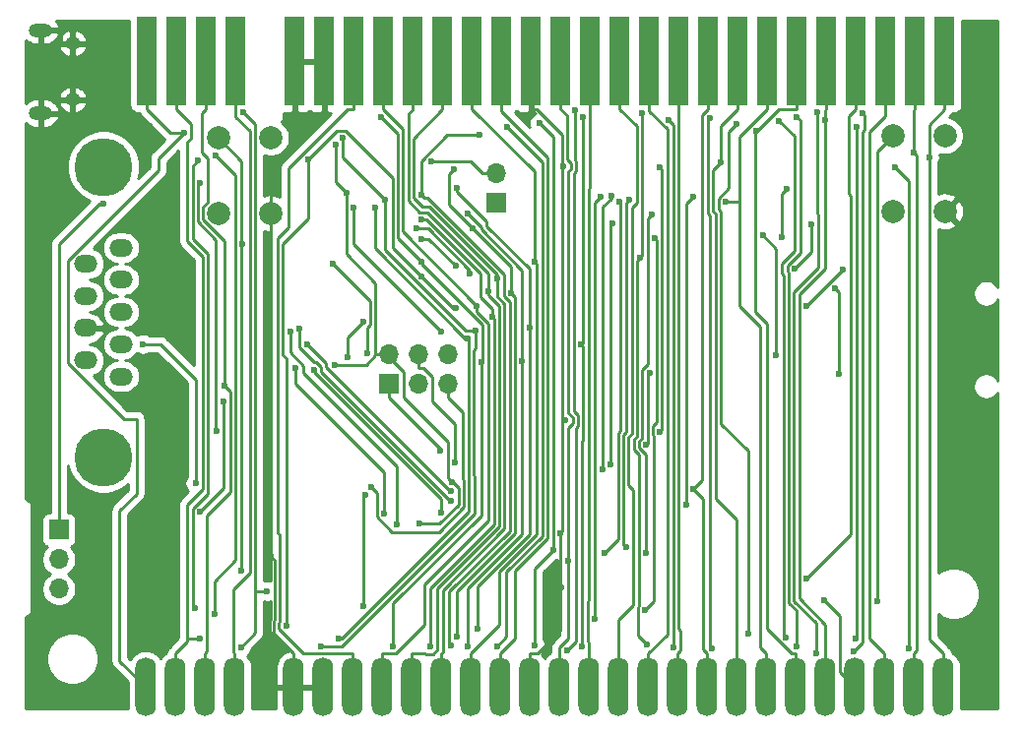
<source format=gbr>
G04 #@! TF.GenerationSoftware,KiCad,Pcbnew,(5.1.8)-1*
G04 #@! TF.CreationDate,2021-04-15T18:07:30+02:00*
G04 #@! TF.ProjectId,ZX Dandanator Mini 2.1b,5a582044-616e-4646-916e-61746f72204d,rev?*
G04 #@! TF.SameCoordinates,Original*
G04 #@! TF.FileFunction,Copper,L2,Bot*
G04 #@! TF.FilePolarity,Positive*
%FSLAX46Y46*%
G04 Gerber Fmt 4.6, Leading zero omitted, Abs format (unit mm)*
G04 Created by KiCad (PCBNEW (5.1.8)-1) date 2021-04-15 18:07:30*
%MOMM*%
%LPD*%
G01*
G04 APERTURE LIST*
G04 #@! TA.AperFunction,ComponentPad*
%ADD10O,1.700000X1.700000*%
G04 #@! TD*
G04 #@! TA.AperFunction,ComponentPad*
%ADD11R,1.700000X1.700000*%
G04 #@! TD*
G04 #@! TA.AperFunction,ComponentPad*
%ADD12O,1.300000X1.100000*%
G04 #@! TD*
G04 #@! TA.AperFunction,ComponentPad*
%ADD13O,2.000000X1.200000*%
G04 #@! TD*
G04 #@! TA.AperFunction,ConnectorPad*
%ADD14R,1.778000X7.620000*%
G04 #@! TD*
G04 #@! TA.AperFunction,ComponentPad*
%ADD15C,1.998980*%
G04 #@! TD*
G04 #@! TA.AperFunction,ComponentPad*
%ADD16C,5.001260*%
G04 #@! TD*
G04 #@! TA.AperFunction,ComponentPad*
%ADD17O,1.998980X1.501140*%
G04 #@! TD*
G04 #@! TA.AperFunction,ConnectorPad*
%ADD18O,1.778000X5.080000*%
G04 #@! TD*
G04 #@! TA.AperFunction,ViaPad*
%ADD19C,0.600000*%
G04 #@! TD*
G04 #@! TA.AperFunction,Conductor*
%ADD20C,0.250000*%
G04 #@! TD*
G04 #@! TA.AperFunction,Conductor*
%ADD21C,0.254000*%
G04 #@! TD*
G04 #@! TA.AperFunction,Conductor*
%ADD22C,0.100000*%
G04 #@! TD*
G04 APERTURE END LIST*
D10*
X152458000Y-83667200D03*
D11*
X152458000Y-86207200D03*
D10*
X114894000Y-119446000D03*
X114894000Y-116906000D03*
D11*
X114894000Y-114366000D03*
D12*
X116067000Y-77364800D03*
X116067000Y-72514800D03*
D13*
X113317000Y-78514800D03*
X113317000Y-71364800D03*
D10*
X148363000Y-99256000D03*
X148363000Y-101796000D03*
X145823000Y-99256000D03*
X145823000Y-101796000D03*
X143283000Y-99256000D03*
D11*
X143283000Y-101796000D03*
D14*
X191056000Y-74041000D03*
X188516000Y-74041000D03*
X185976000Y-74041000D03*
X183436000Y-74041000D03*
X180896000Y-74041000D03*
X178356000Y-74041000D03*
X175816000Y-74041000D03*
X173276000Y-74041000D03*
X170736000Y-74041000D03*
X168196000Y-74041000D03*
X165656000Y-74041000D03*
X163116000Y-74041000D03*
X160576000Y-74041000D03*
X158036000Y-74041000D03*
X155496000Y-74041000D03*
X152956000Y-74041000D03*
X150416000Y-74041000D03*
X147876000Y-74041000D03*
X145336000Y-74041000D03*
X142796000Y-74041000D03*
X140256000Y-74041000D03*
X137716000Y-74041000D03*
X135176000Y-74041000D03*
X130096000Y-74041000D03*
X127556000Y-74041000D03*
X125016000Y-74041000D03*
X122476000Y-74041000D03*
D15*
X186585560Y-86959000D03*
X191086440Y-80456600D03*
X191086440Y-86959000D03*
X186585560Y-80456600D03*
D16*
X118714000Y-83128740D03*
D17*
X117195080Y-99778440D03*
X117195080Y-97007300D03*
X117195080Y-94238700D03*
X117195080Y-91467560D03*
X120232920Y-90083260D03*
X120232920Y-92851860D03*
X120232920Y-101162740D03*
X120232920Y-98394140D03*
X120232920Y-95623000D03*
D16*
X118714000Y-108117260D03*
D18*
X190932000Y-127892000D03*
X188392000Y-127892000D03*
X185852000Y-127892000D03*
X183312000Y-127892000D03*
X180772000Y-127892000D03*
X178232000Y-127892000D03*
X175692000Y-127892000D03*
X173152000Y-127892000D03*
X170612000Y-127892000D03*
X168072000Y-127892000D03*
X165532000Y-127892000D03*
X162992000Y-127892000D03*
X160452000Y-127892000D03*
X157912000Y-127892000D03*
X155372000Y-127892000D03*
X152832000Y-127892000D03*
X150292000Y-127892000D03*
X147752000Y-127892000D03*
X145212000Y-127892000D03*
X142672000Y-127892000D03*
X140132000Y-127892000D03*
X137592000Y-127892000D03*
X135052000Y-127892000D03*
X129972000Y-127892000D03*
X127432000Y-127892000D03*
X124892000Y-127892000D03*
X122352000Y-127892000D03*
D15*
X128605560Y-87126200D03*
X133106440Y-80623800D03*
X133106440Y-87126200D03*
X128605560Y-80623800D03*
D19*
X148687000Y-110250000D03*
X129142000Y-101967000D03*
X166573000Y-83179500D03*
X166584000Y-105933000D03*
X138574000Y-100193000D03*
X139586000Y-85332800D03*
X138657000Y-81195900D03*
X145870000Y-113855000D03*
X158043000Y-114639000D03*
X135093000Y-81496700D03*
X158244000Y-83080500D03*
X158085000Y-119292000D03*
X133072000Y-116626000D03*
X158460000Y-104963000D03*
X130610000Y-117865000D03*
X130669000Y-89751600D03*
X189726000Y-82296700D03*
X188392000Y-81880000D03*
X180656000Y-120429000D03*
X180772000Y-79144100D03*
X174829000Y-80071500D03*
X172221000Y-86113100D03*
X171821000Y-82744500D03*
X169444000Y-110863000D03*
X187969000Y-124545000D03*
X186768000Y-83140000D03*
X183370000Y-123762000D03*
X183513000Y-79686300D03*
X183240000Y-124840000D03*
X183996000Y-78523700D03*
X180011000Y-125027000D03*
X180128000Y-78420400D03*
X178282000Y-124398000D03*
X178333000Y-78819800D03*
X177415000Y-123630000D03*
X176827000Y-79177700D03*
X174157000Y-123318000D03*
X173171000Y-79450700D03*
X171079000Y-124559000D03*
X170889000Y-78941100D03*
X149013000Y-91673700D03*
X146042000Y-89350200D03*
X167746000Y-124448000D03*
X167287000Y-79076700D03*
X158711000Y-117011000D03*
X155784000Y-91256700D03*
X152540000Y-92707300D03*
X151808000Y-93821500D03*
X150839000Y-95066700D03*
X126977000Y-123739000D03*
X161002000Y-122023000D03*
X161506000Y-85675800D03*
X125650000Y-80185800D03*
X165415000Y-124251000D03*
X164894000Y-90934700D03*
X150246000Y-92276500D03*
X145645000Y-88391800D03*
X165020000Y-78529300D03*
X146021000Y-85513400D03*
X148569000Y-124304000D03*
X151073000Y-80365900D03*
X159856000Y-124431000D03*
X159939000Y-78813700D03*
X159821000Y-98413600D03*
X147780000Y-97298100D03*
X140241000Y-86668600D03*
X158556000Y-124765000D03*
X159279000Y-78237400D03*
X157418000Y-116091000D03*
X156230000Y-79368100D03*
X155826000Y-124315000D03*
X152540000Y-124396000D03*
X153404000Y-79685600D03*
X150066000Y-87137000D03*
X150054000Y-124377000D03*
X154734000Y-99872500D03*
X146814000Y-124405000D03*
X152125000Y-96010700D03*
X146054000Y-87657800D03*
X149095000Y-123524000D03*
X153796000Y-94001800D03*
X150478000Y-88433400D03*
X148854000Y-83299000D03*
X146085000Y-91304700D03*
X142552000Y-78823200D03*
X143610000Y-124390000D03*
X151222000Y-99963000D03*
X155361000Y-96968700D03*
X149074000Y-84908500D03*
X150874000Y-122863000D03*
X142055000Y-86618100D03*
X150018000Y-97877000D03*
X138957000Y-123734000D03*
X142910000Y-85992700D03*
X139283000Y-80667000D03*
X150726000Y-97224200D03*
X137424000Y-124367000D03*
X130534000Y-124465000D03*
X132810000Y-119646000D03*
X130724000Y-78429800D03*
X146084000Y-92586500D03*
X148988000Y-95311600D03*
X136357000Y-82464500D03*
X134436000Y-122648000D03*
X128255000Y-121577000D03*
X128349000Y-82191700D03*
X165295000Y-121307000D03*
X166133000Y-89306600D03*
X126550000Y-121074000D03*
X126820000Y-82614900D03*
X165683000Y-100860000D03*
X165409000Y-107027000D03*
X163043000Y-86148100D03*
X161824000Y-116327000D03*
X169438000Y-85713400D03*
X168821000Y-112175000D03*
X163958000Y-85974100D03*
X163650000Y-115872000D03*
X162510000Y-87956200D03*
X162357000Y-108720000D03*
X162362000Y-85664200D03*
X161643000Y-109143000D03*
X179183000Y-118529000D03*
X165847000Y-87226800D03*
X165409000Y-116336000D03*
X127012000Y-84504200D03*
X128443000Y-105876000D03*
X176570000Y-99373600D03*
X175436000Y-89027000D03*
X181945000Y-100930000D03*
X181608000Y-93587800D03*
X177464000Y-85057100D03*
X177047000Y-89161600D03*
X148961000Y-108592000D03*
X182335000Y-91935000D03*
X179179000Y-95091100D03*
X141089000Y-120940000D03*
X141219000Y-111373000D03*
X185261000Y-120491000D03*
X126635000Y-110367000D03*
X122125600Y-98376340D03*
X118724200Y-86285300D03*
X141043000Y-96483900D03*
X139741000Y-99485300D03*
X138433000Y-91444700D03*
X141442000Y-99153400D03*
X147657000Y-107571000D03*
X179560000Y-88115400D03*
X178156000Y-91885300D03*
X136230000Y-98401100D03*
X148625000Y-111051000D03*
X135584000Y-97086700D03*
X148637000Y-111851000D03*
X147714000Y-112859000D03*
X136795000Y-100621000D03*
X134776000Y-97332700D03*
X143965000Y-113873000D03*
X142868000Y-112947000D03*
X135229000Y-100474000D03*
X129024000Y-103322000D03*
X127036000Y-112845000D03*
X141775000Y-110720000D03*
X146892000Y-82664100D03*
D20*
X143283000Y-99256000D02*
X143283000Y-99549800D01*
X143283000Y-99549800D02*
X144541000Y-100808000D01*
X144541000Y-100808000D02*
X144541000Y-102971000D01*
X144541000Y-102971000D02*
X148336000Y-106766000D01*
X148336000Y-106766000D02*
X148336000Y-109899000D01*
X148336000Y-109899000D02*
X148687000Y-110250000D01*
X143283000Y-99256000D02*
X142108000Y-99256000D01*
X127432000Y-127892000D02*
X127432000Y-125027000D01*
X127432000Y-125027000D02*
X127629000Y-124829000D01*
X127629000Y-124829000D02*
X127629000Y-113163000D01*
X127629000Y-113163000D02*
X129649000Y-111143000D01*
X129649000Y-111143000D02*
X129649000Y-102474000D01*
X129649000Y-102474000D02*
X129142000Y-101967000D01*
X127556000Y-74041000D02*
X127556000Y-78176300D01*
X127556000Y-78176300D02*
X127219000Y-78513100D01*
X127219000Y-78513100D02*
X127219000Y-81928000D01*
X127219000Y-81928000D02*
X127668000Y-82376800D01*
X127668000Y-82376800D02*
X127668000Y-86190200D01*
X127668000Y-86190200D02*
X127281000Y-86577400D01*
X127281000Y-86577400D02*
X127281000Y-87675000D01*
X127281000Y-87675000D02*
X129142000Y-89536400D01*
X129142000Y-89536400D02*
X129142000Y-101967000D01*
X139586000Y-85332800D02*
X138657000Y-84403800D01*
X138657000Y-84403800D02*
X138657000Y-81195900D01*
X142108000Y-99256000D02*
X142108000Y-96940300D01*
X142108000Y-96940300D02*
X142118000Y-96929600D01*
X142118000Y-96929600D02*
X142118000Y-93182000D01*
X142118000Y-93182000D02*
X139586000Y-90649600D01*
X139586000Y-90649600D02*
X139586000Y-85332800D01*
X142108000Y-99256000D02*
X142108000Y-99372200D01*
X142108000Y-99372200D02*
X141287000Y-100193000D01*
X141287000Y-100193000D02*
X138574000Y-100193000D01*
X166573000Y-83179500D02*
X166759000Y-83365300D01*
X166759000Y-83365300D02*
X166759000Y-105758000D01*
X166759000Y-105758000D02*
X166584000Y-105933000D01*
X145870000Y-113855000D02*
X147614000Y-113855000D01*
X147614000Y-113855000D02*
X149264000Y-112205000D01*
X149264000Y-112205000D02*
X149264000Y-110755000D01*
X149264000Y-110755000D02*
X148760000Y-110250000D01*
X148760000Y-110250000D02*
X148687000Y-110250000D01*
X158206000Y-104963000D02*
X158460000Y-104963000D01*
X158206000Y-83080500D02*
X158206000Y-104963000D01*
X133072000Y-116626000D02*
X133106000Y-116592000D01*
X133106000Y-116592000D02*
X133106000Y-83483400D01*
X133106000Y-83483400D02*
X135093000Y-81496700D01*
X135052000Y-127892000D02*
X135052000Y-125027000D01*
X135052000Y-125027000D02*
X133361000Y-123336000D01*
X133361000Y-123336000D02*
X133361000Y-122203000D01*
X133361000Y-122203000D02*
X133444000Y-122120000D01*
X133444000Y-122120000D02*
X133444000Y-116998000D01*
X133444000Y-116998000D02*
X133072000Y-116626000D01*
X135176000Y-74041000D02*
X137716000Y-74041000D01*
X135176000Y-74041000D02*
X135176000Y-78176300D01*
X135176000Y-78176300D02*
X135093000Y-78259200D01*
X135093000Y-78259200D02*
X135093000Y-81496700D01*
X155496000Y-74041000D02*
X155496000Y-78176300D01*
X155496000Y-78176300D02*
X155970000Y-78176300D01*
X155970000Y-78176300D02*
X158130000Y-80335300D01*
X158130000Y-80335300D02*
X158130000Y-83004300D01*
X158130000Y-83004300D02*
X158206000Y-83080500D01*
X158206000Y-83080500D02*
X158244000Y-83080500D01*
X158043000Y-119292000D02*
X158085000Y-119292000D01*
X158043000Y-119292000D02*
X158043000Y-123019000D01*
X158043000Y-123019000D02*
X156035000Y-125027000D01*
X156035000Y-125027000D02*
X155372000Y-125027000D01*
X155372000Y-125027000D02*
X155372000Y-127892000D01*
X158043000Y-119292000D02*
X158043000Y-114639000D01*
X137592000Y-127892000D02*
X135052000Y-127892000D01*
X158206000Y-104963000D02*
X158206000Y-114476000D01*
X158206000Y-114476000D02*
X158043000Y-114639000D01*
X116067000Y-77364800D02*
X116067000Y-72514800D01*
X113317000Y-71364800D02*
X114642000Y-71364800D01*
X114642000Y-71364800D02*
X115092000Y-71814200D01*
X115092000Y-71814200D02*
X115092000Y-72514800D01*
X115092000Y-72514800D02*
X116067000Y-72514800D01*
X128605600Y-80623800D02*
X128606000Y-80623800D01*
X128606000Y-80623800D02*
X130610000Y-82628200D01*
X130610000Y-82628200D02*
X130610000Y-89751600D01*
X130610000Y-89751600D02*
X130669000Y-89751600D01*
X130610000Y-89751600D02*
X130610000Y-117865000D01*
X190932000Y-127892000D02*
X190932000Y-125027000D01*
X190932000Y-125027000D02*
X189726000Y-123820000D01*
X189726000Y-123820000D02*
X189726000Y-82296700D01*
X191056000Y-74041000D02*
X191056000Y-78176300D01*
X191056000Y-78176300D02*
X189726000Y-79506700D01*
X189726000Y-79506700D02*
X189726000Y-82296700D01*
X188516000Y-74041000D02*
X188516000Y-78176300D01*
X188516000Y-78176300D02*
X188392000Y-78300300D01*
X188392000Y-78300300D02*
X188392000Y-81880000D01*
X188392000Y-127892000D02*
X188392000Y-125027000D01*
X188392000Y-125027000D02*
X188654000Y-124764000D01*
X188654000Y-124764000D02*
X188654000Y-82142300D01*
X188654000Y-82142300D02*
X188392000Y-81880000D01*
X185852000Y-127892000D02*
X185852000Y-125027000D01*
X185852000Y-125027000D02*
X184586000Y-123761000D01*
X184586000Y-123761000D02*
X184586000Y-80134300D01*
X184586000Y-80134300D02*
X185976000Y-78744200D01*
X185976000Y-78744200D02*
X185976000Y-74041000D01*
X183312000Y-127892000D02*
X182042000Y-126622000D01*
X182042000Y-126622000D02*
X182042000Y-121814000D01*
X182042000Y-121814000D02*
X180656000Y-120429000D01*
X180896000Y-74041000D02*
X180896000Y-78176300D01*
X180896000Y-78176300D02*
X180772000Y-78300300D01*
X180772000Y-78300300D02*
X180772000Y-79144100D01*
X180772000Y-127892000D02*
X180772000Y-122501000D01*
X180772000Y-122501000D02*
X178553000Y-120282000D01*
X178553000Y-120282000D02*
X178553000Y-94104000D01*
X178553000Y-94104000D02*
X180772000Y-91884900D01*
X180772000Y-91884900D02*
X180772000Y-79144100D01*
X174882000Y-80125100D02*
X174782000Y-80225600D01*
X174782000Y-80225600D02*
X174782000Y-95645500D01*
X174782000Y-95645500D02*
X175793000Y-96656800D01*
X175793000Y-96656800D02*
X175793000Y-122894000D01*
X175793000Y-122894000D02*
X177926000Y-125027000D01*
X177926000Y-125027000D02*
X178232000Y-125027000D01*
X178232000Y-125027000D02*
X178232000Y-127892000D01*
X178356000Y-74041000D02*
X178356000Y-78176300D01*
X178356000Y-78176300D02*
X176831000Y-78176300D01*
X176831000Y-78176300D02*
X174882000Y-80125100D01*
X174882000Y-80125100D02*
X174829000Y-80071500D01*
X173450000Y-86113100D02*
X172221000Y-86113100D01*
X175692000Y-127892000D02*
X175692000Y-125027000D01*
X175692000Y-125027000D02*
X175163000Y-124497000D01*
X175163000Y-124497000D02*
X175163000Y-96858400D01*
X175163000Y-96858400D02*
X173450000Y-95145500D01*
X173450000Y-95145500D02*
X173450000Y-86113100D01*
X175816000Y-74041000D02*
X175816000Y-78176300D01*
X175816000Y-78176300D02*
X173450000Y-80542500D01*
X173450000Y-80542500D02*
X173450000Y-86113100D01*
X173276000Y-74041000D02*
X173276000Y-78176300D01*
X173276000Y-78176300D02*
X171821000Y-79631200D01*
X171821000Y-79631200D02*
X171821000Y-82744500D01*
X171821000Y-82744500D02*
X171146000Y-83419700D01*
X171146000Y-83419700D02*
X171146000Y-86961700D01*
X171146000Y-86961700D02*
X171371000Y-87186600D01*
X171371000Y-87186600D02*
X171371000Y-111675000D01*
X171371000Y-111675000D02*
X173152000Y-113456000D01*
X173152000Y-113456000D02*
X173152000Y-127892000D01*
X170612000Y-127892000D02*
X170612000Y-125027000D01*
X170612000Y-125027000D02*
X170269000Y-124684000D01*
X170269000Y-124684000D02*
X170269000Y-111688000D01*
X170269000Y-111688000D02*
X169444000Y-110863000D01*
X170736000Y-74041000D02*
X170736000Y-78176300D01*
X170736000Y-78176300D02*
X170218000Y-78694700D01*
X170218000Y-78694700D02*
X170218000Y-110090000D01*
X170218000Y-110090000D02*
X169444000Y-110863000D01*
X168072000Y-127892000D02*
X168072000Y-125027000D01*
X168072000Y-125027000D02*
X168371000Y-124728000D01*
X168371000Y-124728000D02*
X168371000Y-123022000D01*
X168371000Y-123022000D02*
X168196000Y-122847000D01*
X168196000Y-122847000D02*
X168196000Y-74041000D01*
X186768000Y-83140000D02*
X187969000Y-84340200D01*
X187969000Y-84340200D02*
X187969000Y-124545000D01*
X183513000Y-79686300D02*
X183513000Y-123619000D01*
X183513000Y-123619000D02*
X183370000Y-123762000D01*
X183240000Y-124840000D02*
X183996000Y-124084000D01*
X183996000Y-124084000D02*
X183996000Y-80087000D01*
X183996000Y-80087000D02*
X184138000Y-79945400D01*
X184138000Y-79945400D02*
X184138000Y-78665300D01*
X184138000Y-78665300D02*
X183996000Y-78523700D01*
X180128000Y-78420400D02*
X180128000Y-87168600D01*
X180128000Y-87168600D02*
X180224000Y-87264800D01*
X180224000Y-87264800D02*
X180224000Y-91795600D01*
X180224000Y-91795600D02*
X178103000Y-93917400D01*
X178103000Y-93917400D02*
X178103000Y-120469000D01*
X178103000Y-120469000D02*
X180011000Y-122377000D01*
X180011000Y-122377000D02*
X180011000Y-125027000D01*
X178333000Y-78819800D02*
X178637000Y-79124500D01*
X178637000Y-79124500D02*
X178637000Y-90519600D01*
X178637000Y-90519600D02*
X177531000Y-91626300D01*
X177531000Y-91626300D02*
X177531000Y-92144300D01*
X177531000Y-92144300D02*
X177652000Y-92265900D01*
X177652000Y-92265900D02*
X177652000Y-120655000D01*
X177652000Y-120655000D02*
X178282000Y-121285000D01*
X178282000Y-121285000D02*
X178282000Y-124398000D01*
X176827000Y-79177700D02*
X178133000Y-80483700D01*
X178133000Y-80483700D02*
X178133000Y-90387200D01*
X178133000Y-90387200D02*
X177080000Y-91439700D01*
X177080000Y-91439700D02*
X177080000Y-92330900D01*
X177080000Y-92330900D02*
X177202000Y-92452500D01*
X177202000Y-92452500D02*
X177202000Y-123416000D01*
X177202000Y-123416000D02*
X177415000Y-123630000D01*
X173171000Y-79450700D02*
X172481000Y-80141200D01*
X172481000Y-80141200D02*
X172481000Y-84969600D01*
X172481000Y-84969600D02*
X171596000Y-85854100D01*
X171596000Y-85854100D02*
X171596000Y-86775100D01*
X171596000Y-86775100D02*
X171821000Y-87000000D01*
X171821000Y-87000000D02*
X171821000Y-105236000D01*
X171821000Y-105236000D02*
X174157000Y-107573000D01*
X174157000Y-107573000D02*
X174157000Y-123318000D01*
X170889000Y-78941100D02*
X170696000Y-79134500D01*
X170696000Y-79134500D02*
X170696000Y-87148300D01*
X170696000Y-87148300D02*
X170889000Y-87341700D01*
X170889000Y-87341700D02*
X170889000Y-124369000D01*
X170889000Y-124369000D02*
X171079000Y-124559000D01*
X149013000Y-91673700D02*
X146689000Y-89350200D01*
X146689000Y-89350200D02*
X146042000Y-89350200D01*
X167287000Y-79076700D02*
X167746000Y-79535800D01*
X167746000Y-79535800D02*
X167746000Y-124448000D01*
X165532000Y-127892000D02*
X165532000Y-125027000D01*
X165532000Y-125027000D02*
X167209000Y-123350000D01*
X167209000Y-123350000D02*
X167209000Y-79883600D01*
X167209000Y-79883600D02*
X165656000Y-78330400D01*
X165656000Y-78330400D02*
X165656000Y-74041000D01*
X162992000Y-127892000D02*
X162992000Y-122089000D01*
X162992000Y-122089000D02*
X164277000Y-120804000D01*
X164277000Y-120804000D02*
X164277000Y-110926000D01*
X164277000Y-110926000D02*
X163883000Y-110532000D01*
X163883000Y-110532000D02*
X163883000Y-106395000D01*
X163883000Y-106395000D02*
X164157000Y-106121000D01*
X164157000Y-106121000D02*
X164157000Y-86658900D01*
X164157000Y-86658900D02*
X164583000Y-86233200D01*
X164583000Y-86233200D02*
X164583000Y-79643200D01*
X164583000Y-79643200D02*
X163116000Y-78176300D01*
X163116000Y-78176300D02*
X163116000Y-74041000D01*
X160452000Y-127892000D02*
X160452000Y-125027000D01*
X160452000Y-125027000D02*
X160481000Y-124997000D01*
X160481000Y-124997000D02*
X160481000Y-124091000D01*
X160481000Y-124091000D02*
X160376000Y-123986000D01*
X160376000Y-123986000D02*
X160376000Y-120477000D01*
X160376000Y-120477000D02*
X160469000Y-120384000D01*
X160469000Y-120384000D02*
X160469000Y-85068700D01*
X160469000Y-85068700D02*
X160576000Y-84962100D01*
X160576000Y-84962100D02*
X160576000Y-74041000D01*
X158036000Y-74041000D02*
X158036000Y-78176300D01*
X158036000Y-78176300D02*
X158580000Y-78720200D01*
X158580000Y-78720200D02*
X158580000Y-82494100D01*
X158580000Y-82494100D02*
X158907000Y-82821400D01*
X158907000Y-82821400D02*
X158907000Y-83339600D01*
X158907000Y-83339600D02*
X158711000Y-83536000D01*
X158711000Y-83536000D02*
X158711000Y-104330000D01*
X158711000Y-104330000D02*
X159085000Y-104704000D01*
X159085000Y-104704000D02*
X159085000Y-105222000D01*
X159085000Y-105222000D02*
X158711000Y-105597000D01*
X158711000Y-105597000D02*
X158711000Y-117011000D01*
X157912000Y-127892000D02*
X157912000Y-124525000D01*
X157912000Y-124525000D02*
X158711000Y-123727000D01*
X158711000Y-123727000D02*
X158711000Y-117011000D01*
X152832000Y-127892000D02*
X152832000Y-125027000D01*
X152832000Y-125027000D02*
X154120000Y-123739000D01*
X154120000Y-123739000D02*
X154120000Y-117894000D01*
X154120000Y-117894000D02*
X156887000Y-115128000D01*
X156887000Y-115128000D02*
X156887000Y-82283400D01*
X156887000Y-82283400D02*
X152956000Y-78352900D01*
X152956000Y-78352900D02*
X152956000Y-74041000D01*
X150292000Y-127892000D02*
X150292000Y-125027000D01*
X150292000Y-125027000D02*
X152769000Y-122550000D01*
X152769000Y-122550000D02*
X152769000Y-117972000D01*
X152769000Y-117972000D02*
X155986000Y-114755000D01*
X155986000Y-114755000D02*
X155986000Y-91459200D01*
X155986000Y-91459200D02*
X155784000Y-91256700D01*
X150416000Y-74041000D02*
X150416000Y-78176300D01*
X150416000Y-78176300D02*
X155784000Y-83543800D01*
X155784000Y-83543800D02*
X155784000Y-91256700D01*
X152540000Y-92707300D02*
X152540000Y-92405800D01*
X152540000Y-92405800D02*
X146716000Y-86582200D01*
X146716000Y-86582200D02*
X146134000Y-86582200D01*
X146134000Y-86582200D02*
X145377000Y-85825800D01*
X145377000Y-85825800D02*
X145377000Y-80674900D01*
X145377000Y-80674900D02*
X147876000Y-78176300D01*
X147876000Y-78176300D02*
X147876000Y-74041000D01*
X147752000Y-127892000D02*
X147752000Y-125027000D01*
X147752000Y-125027000D02*
X147889000Y-124890000D01*
X147889000Y-124890000D02*
X147889000Y-119598000D01*
X147889000Y-119598000D02*
X153208000Y-114279000D01*
X153208000Y-114279000D02*
X153208000Y-94935300D01*
X153208000Y-94935300D02*
X152540000Y-94267200D01*
X152540000Y-94267200D02*
X152540000Y-92707300D01*
X151808000Y-93821500D02*
X151808000Y-94172400D01*
X151808000Y-94172400D02*
X152758000Y-95122000D01*
X152758000Y-95122000D02*
X152758000Y-114093000D01*
X152758000Y-114093000D02*
X147439000Y-119412000D01*
X147439000Y-119412000D02*
X147439000Y-124664000D01*
X147439000Y-124664000D02*
X147052000Y-125051000D01*
X147052000Y-125051000D02*
X146404000Y-125051000D01*
X146404000Y-125051000D02*
X146379000Y-125027000D01*
X146379000Y-125027000D02*
X145212000Y-125027000D01*
X145212000Y-125027000D02*
X145212000Y-127892000D01*
X145336000Y-74041000D02*
X145336000Y-78176300D01*
X145336000Y-78176300D02*
X144927000Y-78585200D01*
X144927000Y-78585200D02*
X144927000Y-86039900D01*
X144927000Y-86039900D02*
X145920000Y-87032500D01*
X145920000Y-87032500D02*
X146530000Y-87032500D01*
X146530000Y-87032500D02*
X151808000Y-92310900D01*
X151808000Y-92310900D02*
X151808000Y-93821500D01*
X150839000Y-95066700D02*
X144477000Y-88704600D01*
X144477000Y-88704600D02*
X144477000Y-79857100D01*
X144477000Y-79857100D02*
X142796000Y-78176300D01*
X142796000Y-78176300D02*
X142796000Y-74041000D01*
X142672000Y-127892000D02*
X142672000Y-125027000D01*
X142672000Y-125027000D02*
X143857000Y-125027000D01*
X143857000Y-125027000D02*
X146329000Y-122555000D01*
X146329000Y-122555000D02*
X146329000Y-119110000D01*
X146329000Y-119110000D02*
X151857000Y-113582000D01*
X151857000Y-113582000D02*
X151857000Y-96626900D01*
X151857000Y-96626900D02*
X150839000Y-95608700D01*
X150839000Y-95608700D02*
X150839000Y-95066700D01*
X140132000Y-127892000D02*
X140132000Y-125027000D01*
X140132000Y-125027000D02*
X135931000Y-125027000D01*
X135931000Y-125027000D02*
X133811000Y-122907000D01*
X133811000Y-122907000D02*
X133811000Y-122389000D01*
X133811000Y-122389000D02*
X133894000Y-122306000D01*
X133894000Y-122306000D02*
X133894000Y-114798000D01*
X133894000Y-114798000D02*
X133696000Y-114600000D01*
X133696000Y-114600000D02*
X133696000Y-89293100D01*
X133696000Y-89293100D02*
X134643000Y-88346300D01*
X134643000Y-88346300D02*
X134643000Y-83230900D01*
X134643000Y-83230900D02*
X139698000Y-78176300D01*
X139698000Y-78176300D02*
X140256000Y-78176300D01*
X140256000Y-78176300D02*
X140256000Y-74041000D01*
X129972000Y-127892000D02*
X129972000Y-125027000D01*
X129972000Y-125027000D02*
X129883000Y-124938000D01*
X129883000Y-124938000D02*
X129883000Y-119477000D01*
X129883000Y-119477000D02*
X131295000Y-118065000D01*
X131295000Y-118065000D02*
X131295000Y-80011800D01*
X131295000Y-80011800D02*
X130096000Y-78813200D01*
X130096000Y-78813200D02*
X130096000Y-74041000D01*
X124892000Y-127892000D02*
X124892000Y-125027000D01*
X124892000Y-125027000D02*
X125924000Y-123995000D01*
X125924000Y-123995000D02*
X125924000Y-123739000D01*
X125016000Y-74041000D02*
X125016000Y-78176300D01*
X125016000Y-78176300D02*
X126291000Y-79451000D01*
X126291000Y-79451000D02*
X126291000Y-80669600D01*
X126291000Y-80669600D02*
X125930000Y-81030400D01*
X125930000Y-81030400D02*
X125930000Y-89508500D01*
X125930000Y-89508500D02*
X127263000Y-90841800D01*
X127263000Y-90841800D02*
X127263000Y-110877000D01*
X127263000Y-110877000D02*
X125924000Y-112216000D01*
X125924000Y-112216000D02*
X125924000Y-123739000D01*
X125924000Y-123739000D02*
X126977000Y-123739000D01*
X161506000Y-85675800D02*
X161002000Y-86180300D01*
X161002000Y-86180300D02*
X161002000Y-122023000D01*
X120110000Y-125650000D02*
X122352000Y-127892000D01*
X122476000Y-74041000D02*
X122476000Y-78176200D01*
X122476000Y-78176200D02*
X123208000Y-78908200D01*
X123208000Y-78908200D02*
X124486000Y-80185800D01*
X124486000Y-80185800D02*
X125650000Y-80185800D01*
X120110000Y-125650000D02*
X120110000Y-112703320D01*
X121557420Y-111255900D02*
X121557420Y-104818560D01*
X120110000Y-112703320D02*
X121557420Y-111255900D01*
X120465181Y-104818560D02*
X115696860Y-100050239D01*
X121557420Y-104818560D02*
X120465181Y-104818560D01*
X115696860Y-91195761D02*
X123443860Y-83448761D01*
X115696860Y-100050239D02*
X115696860Y-91195761D01*
X123443860Y-82391940D02*
X125650000Y-80185800D01*
X123443860Y-83448761D02*
X123443860Y-82391940D01*
X145645000Y-88391800D02*
X146615000Y-88391800D01*
X146615000Y-88391800D02*
X150246000Y-92022400D01*
X150246000Y-92022400D02*
X150246000Y-92276500D01*
X165415000Y-124251000D02*
X164670000Y-123506000D01*
X164670000Y-123506000D02*
X164670000Y-121048000D01*
X164670000Y-121048000D02*
X164784000Y-120934000D01*
X164784000Y-120934000D02*
X164784000Y-107923000D01*
X164784000Y-107923000D02*
X164334000Y-107473000D01*
X164334000Y-107473000D02*
X164334000Y-106582000D01*
X164334000Y-106582000D02*
X164608000Y-106308000D01*
X164608000Y-106308000D02*
X164608000Y-91221600D01*
X164608000Y-91221600D02*
X164894000Y-90934700D01*
X164894000Y-90934700D02*
X165033000Y-90795800D01*
X165033000Y-90795800D02*
X165033000Y-78542200D01*
X165033000Y-78542200D02*
X165020000Y-78529300D01*
X148569000Y-124304000D02*
X148464000Y-124199000D01*
X148464000Y-124199000D02*
X148464000Y-119661000D01*
X148464000Y-119661000D02*
X153658000Y-114466000D01*
X153658000Y-114466000D02*
X153658000Y-94748700D01*
X153658000Y-94748700D02*
X153165000Y-94255700D01*
X153165000Y-94255700D02*
X153165000Y-92394300D01*
X153165000Y-92394300D02*
X146582000Y-85811000D01*
X146582000Y-85811000D02*
X146319000Y-85811000D01*
X146319000Y-85811000D02*
X146319000Y-85810900D01*
X146319000Y-85810900D02*
X146021000Y-85513400D01*
X146021000Y-85513400D02*
X146021000Y-82649300D01*
X146021000Y-82649300D02*
X148305000Y-80365900D01*
X148305000Y-80365900D02*
X151073000Y-80365900D01*
X147780000Y-97298100D02*
X140241000Y-89759500D01*
X140241000Y-89759500D02*
X140241000Y-86668600D01*
X159939000Y-78813700D02*
X159939000Y-98296100D01*
X159939000Y-98296100D02*
X159821000Y-98413600D01*
X159856000Y-124431000D02*
X159856000Y-106788000D01*
X159856000Y-106788000D02*
X159986000Y-106658000D01*
X159986000Y-106658000D02*
X159986000Y-98578300D01*
X159986000Y-98578300D02*
X159821000Y-98413600D01*
X158556000Y-124765000D02*
X159336000Y-123986000D01*
X159336000Y-123986000D02*
X159336000Y-105608000D01*
X159336000Y-105608000D02*
X159536000Y-105409000D01*
X159536000Y-105409000D02*
X159536000Y-104517000D01*
X159536000Y-104517000D02*
X159173000Y-104155000D01*
X159173000Y-104155000D02*
X159173000Y-83710900D01*
X159173000Y-83710900D02*
X159358000Y-83526200D01*
X159358000Y-83526200D02*
X159358000Y-82634800D01*
X159358000Y-82634800D02*
X159279000Y-82556000D01*
X159279000Y-82556000D02*
X159279000Y-78237400D01*
X156230000Y-79368100D02*
X157418000Y-80555500D01*
X157418000Y-80555500D02*
X157418000Y-116091000D01*
X155826000Y-124315000D02*
X155826000Y-117682000D01*
X155826000Y-117682000D02*
X157418000Y-116091000D01*
X152540000Y-124396000D02*
X153378000Y-123558000D01*
X153378000Y-123558000D02*
X153378000Y-117999000D01*
X153378000Y-117999000D02*
X156436000Y-114941000D01*
X156436000Y-114941000D02*
X156436000Y-82717500D01*
X156436000Y-82717500D02*
X153404000Y-79685600D01*
X150066000Y-87137000D02*
X151227000Y-88298000D01*
X151227000Y-88298000D02*
X151227000Y-88545600D01*
X151227000Y-88545600D02*
X154734000Y-92052200D01*
X154734000Y-92052200D02*
X154734000Y-99872500D01*
X150054000Y-124377000D02*
X150054000Y-119413000D01*
X150054000Y-119413000D02*
X154734000Y-114733000D01*
X154734000Y-114733000D02*
X154734000Y-99872500D01*
X152125000Y-96010700D02*
X152125000Y-95319800D01*
X152125000Y-95319800D02*
X151181000Y-94375900D01*
X151181000Y-94375900D02*
X151181000Y-92321000D01*
X151181000Y-92321000D02*
X146518000Y-87657800D01*
X146518000Y-87657800D02*
X146054000Y-87657800D01*
X146814000Y-124405000D02*
X146814000Y-119400000D01*
X146814000Y-119400000D02*
X152307000Y-113906000D01*
X152307000Y-113906000D02*
X152307000Y-96192900D01*
X152307000Y-96192900D02*
X152125000Y-96010700D01*
X150478000Y-88433400D02*
X148422000Y-86377200D01*
X148422000Y-86377200D02*
X148422000Y-83731100D01*
X148422000Y-83731100D02*
X148854000Y-83299000D01*
X150478000Y-88433400D02*
X153796000Y-91751200D01*
X153796000Y-91751200D02*
X153796000Y-94001800D01*
X149095000Y-123524000D02*
X149095000Y-119667000D01*
X149095000Y-119667000D02*
X154109000Y-114653000D01*
X154109000Y-114653000D02*
X154109000Y-94314400D01*
X154109000Y-94314400D02*
X153796000Y-94001800D01*
X151222000Y-99963000D02*
X151352000Y-99833000D01*
X151352000Y-99833000D02*
X151352000Y-96758200D01*
X151352000Y-96758200D02*
X146085000Y-91492100D01*
X146085000Y-91492100D02*
X146085000Y-91304700D01*
X143610000Y-124390000D02*
X143610000Y-120717000D01*
X143610000Y-120717000D02*
X151222000Y-113105000D01*
X151222000Y-113105000D02*
X151222000Y-99963000D01*
X146085000Y-91304700D02*
X144026000Y-89245800D01*
X144026000Y-89245800D02*
X144026000Y-80297700D01*
X144026000Y-80297700D02*
X142552000Y-78823200D01*
X155361000Y-96968700D02*
X155361000Y-91914800D01*
X155361000Y-91914800D02*
X151678000Y-88231800D01*
X151678000Y-88231800D02*
X151678000Y-87863900D01*
X151678000Y-87863900D02*
X149074000Y-85260400D01*
X149074000Y-85260400D02*
X149074000Y-84908500D01*
X150874000Y-122863000D02*
X150874000Y-119230000D01*
X150874000Y-119230000D02*
X155361000Y-114743000D01*
X155361000Y-114743000D02*
X155361000Y-96968700D01*
X150018000Y-97877000D02*
X149781000Y-97877000D01*
X149781000Y-97877000D02*
X142055000Y-90151200D01*
X142055000Y-90151200D02*
X142055000Y-86618100D01*
X150018000Y-97877000D02*
X150122000Y-97980600D01*
X150122000Y-97980600D02*
X150122000Y-109897000D01*
X150122000Y-109897000D02*
X150165000Y-109940000D01*
X150165000Y-109940000D02*
X150165000Y-112792000D01*
X150165000Y-112792000D02*
X139223000Y-123734000D01*
X139223000Y-123734000D02*
X138957000Y-123734000D01*
X142910000Y-85992700D02*
X139283000Y-82365000D01*
X139283000Y-82365000D02*
X139283000Y-80667000D01*
X150726000Y-97224200D02*
X149838000Y-97224200D01*
X149838000Y-97224200D02*
X142910000Y-90297200D01*
X142910000Y-90297200D02*
X142910000Y-85992700D01*
X137424000Y-124367000D02*
X139227000Y-124367000D01*
X139227000Y-124367000D02*
X150623000Y-112971000D01*
X150623000Y-112971000D02*
X150623000Y-109761000D01*
X150623000Y-109761000D02*
X150572000Y-109710000D01*
X150572000Y-109710000D02*
X150572000Y-98919400D01*
X150572000Y-98919400D02*
X150726000Y-98765600D01*
X150726000Y-98765600D02*
X150726000Y-97224200D01*
X130534000Y-124465000D02*
X131745000Y-123254000D01*
X131745000Y-123254000D02*
X131745000Y-119646000D01*
X131745000Y-119646000D02*
X131745000Y-79450300D01*
X131745000Y-79450300D02*
X130724000Y-78429800D01*
X131745000Y-119646000D02*
X132810000Y-119646000D01*
X146084000Y-92586500D02*
X148809000Y-95311600D01*
X148809000Y-95311600D02*
X148988000Y-95311600D01*
X146084000Y-92586500D02*
X143576000Y-90078300D01*
X143576000Y-90078300D02*
X143576000Y-84075800D01*
X143576000Y-84075800D02*
X139524000Y-80023500D01*
X139524000Y-80023500D02*
X138798000Y-80023500D01*
X138798000Y-80023500D02*
X136357000Y-82464500D01*
X134436000Y-122648000D02*
X134436000Y-99613200D01*
X134436000Y-99613200D02*
X134149000Y-99325300D01*
X134149000Y-99325300D02*
X134149000Y-89795800D01*
X134149000Y-89795800D02*
X136357000Y-87587500D01*
X136357000Y-87587500D02*
X136357000Y-82464500D01*
X128349000Y-82191700D02*
X130044000Y-83887000D01*
X130044000Y-83887000D02*
X130044000Y-90010600D01*
X130044000Y-90010600D02*
X130099000Y-90065900D01*
X130099000Y-90065900D02*
X130099000Y-116941000D01*
X130099000Y-116941000D02*
X128255000Y-118785000D01*
X128255000Y-118785000D02*
X128255000Y-121577000D01*
X166133000Y-89306600D02*
X166308000Y-89481700D01*
X166308000Y-89481700D02*
X166308000Y-105073000D01*
X166308000Y-105073000D02*
X165958000Y-105424000D01*
X165958000Y-105424000D02*
X165958000Y-106212000D01*
X165958000Y-106212000D02*
X166057000Y-106311000D01*
X166057000Y-106311000D02*
X166057000Y-120545000D01*
X166057000Y-120545000D02*
X165295000Y-121307000D01*
X126820000Y-82614900D02*
X126380000Y-83054700D01*
X126380000Y-83054700D02*
X126380000Y-89321900D01*
X126380000Y-89321900D02*
X127714000Y-90655200D01*
X127714000Y-90655200D02*
X127714000Y-111283000D01*
X127714000Y-111283000D02*
X126410000Y-112586000D01*
X126410000Y-112586000D02*
X126410000Y-120936000D01*
X126410000Y-120936000D02*
X126550000Y-121074000D01*
X165683000Y-100860000D02*
X165508000Y-101035000D01*
X165508000Y-101035000D02*
X165508000Y-106928000D01*
X165508000Y-106928000D02*
X165409000Y-107027000D01*
X163043000Y-86148100D02*
X163146000Y-86251300D01*
X163146000Y-86251300D02*
X163146000Y-105859000D01*
X163146000Y-105859000D02*
X162983000Y-106022000D01*
X162983000Y-106022000D02*
X162983000Y-115169000D01*
X162983000Y-115169000D02*
X161824000Y-116327000D01*
X169438000Y-85713400D02*
X168819000Y-86332500D01*
X168819000Y-86332500D02*
X168819000Y-112172000D01*
X168819000Y-112172000D02*
X168821000Y-112175000D01*
X163958000Y-85974100D02*
X163684000Y-86247200D01*
X163684000Y-86247200D02*
X163684000Y-105957000D01*
X163684000Y-105957000D02*
X163433000Y-106209000D01*
X163433000Y-106209000D02*
X163433000Y-115655000D01*
X163433000Y-115655000D02*
X163650000Y-115872000D01*
X162510000Y-87956200D02*
X162357000Y-88109200D01*
X162357000Y-88109200D02*
X162357000Y-108720000D01*
X162362000Y-85664200D02*
X162362000Y-85856000D01*
X162362000Y-85856000D02*
X161643000Y-86574600D01*
X161643000Y-86574600D02*
X161643000Y-109143000D01*
X183436000Y-74041000D02*
X183436000Y-78176300D01*
X183436000Y-78176300D02*
X182830000Y-78782700D01*
X182830000Y-78782700D02*
X182830000Y-85491000D01*
X182830000Y-85491000D02*
X182976000Y-85637200D01*
X182976000Y-85637200D02*
X182976000Y-114736000D01*
X182976000Y-114736000D02*
X179183000Y-118529000D01*
X165847000Y-87226800D02*
X165508000Y-87565600D01*
X165508000Y-87565600D02*
X165508000Y-89565600D01*
X165508000Y-89565600D02*
X165570000Y-89627300D01*
X165570000Y-89627300D02*
X165570000Y-100089000D01*
X165570000Y-100089000D02*
X165058000Y-100601000D01*
X165058000Y-100601000D02*
X165058000Y-106494000D01*
X165058000Y-106494000D02*
X164784000Y-106768000D01*
X164784000Y-106768000D02*
X164784000Y-107286000D01*
X164784000Y-107286000D02*
X165409000Y-107912000D01*
X165409000Y-107912000D02*
X165409000Y-116336000D01*
X128443000Y-105876000D02*
X128398000Y-105831000D01*
X128398000Y-105831000D02*
X128398000Y-89429400D01*
X128398000Y-89429400D02*
X126830000Y-87861600D01*
X126830000Y-87861600D02*
X126830000Y-84686000D01*
X126830000Y-84686000D02*
X127012000Y-84504200D01*
X175436000Y-89027000D02*
X176570000Y-90161000D01*
X176570000Y-90161000D02*
X176570000Y-99373600D01*
X181945000Y-100930000D02*
X181945000Y-93925100D01*
X181945000Y-93925100D02*
X181608000Y-93587800D01*
X177464000Y-85057100D02*
X177047000Y-85474100D01*
X177047000Y-85474100D02*
X177047000Y-89161600D01*
X145823000Y-99256000D02*
X145823000Y-100431000D01*
X145823000Y-100431000D02*
X146190000Y-100431000D01*
X146190000Y-100431000D02*
X146998000Y-101239000D01*
X146998000Y-101239000D02*
X146998000Y-103292000D01*
X146998000Y-103292000D02*
X148961000Y-105255000D01*
X148961000Y-105255000D02*
X148961000Y-108592000D01*
X182335000Y-91935000D02*
X179179000Y-95091100D01*
X186585800Y-80456800D02*
X185261000Y-81781500D01*
X185261000Y-81781500D02*
X185261000Y-120491000D01*
X186586000Y-80456600D02*
X186585800Y-80456800D01*
X186585600Y-80456600D02*
X186585800Y-80456800D01*
X141089000Y-120940000D02*
X141089000Y-111503000D01*
X141089000Y-111503000D02*
X141219000Y-111373000D01*
X126635000Y-101417000D02*
X126635000Y-110367000D01*
X124690000Y-99472500D02*
X126635000Y-101417000D01*
X123593840Y-98376340D02*
X124690000Y-99472500D01*
X122125600Y-98376340D02*
X123593840Y-98376340D01*
X114894000Y-89780500D02*
X118389200Y-86285300D01*
X118389200Y-86285300D02*
X118724200Y-86285300D01*
X114894000Y-114366000D02*
X114894000Y-89780500D01*
X141043000Y-96483900D02*
X139741000Y-97785600D01*
X139741000Y-97785600D02*
X139741000Y-99485300D01*
X138433000Y-91444700D02*
X141668000Y-94679800D01*
X141668000Y-94679800D02*
X141668000Y-96743000D01*
X141668000Y-96743000D02*
X141442000Y-96969000D01*
X141442000Y-96969000D02*
X141442000Y-99153400D01*
X143283000Y-101796000D02*
X143283000Y-102971000D01*
X143283000Y-102971000D02*
X147657000Y-107346000D01*
X147657000Y-107346000D02*
X147657000Y-107571000D01*
X179560000Y-88115400D02*
X179560000Y-90480800D01*
X179560000Y-90480800D02*
X178156000Y-91885300D01*
X137870000Y-100381000D02*
X137870000Y-100041000D01*
X137870000Y-100041000D02*
X136230000Y-98401100D01*
X148625000Y-111051000D02*
X148540000Y-111051000D01*
X148540000Y-111051000D02*
X137870000Y-100381000D01*
X137420000Y-100774000D02*
X137420000Y-100362000D01*
X148497000Y-111851000D02*
X137420000Y-100774000D01*
X135584000Y-98651300D02*
X135584000Y-97086700D01*
X137420000Y-100362000D02*
X136968000Y-99910600D01*
X148637000Y-111851000D02*
X148497000Y-111851000D01*
X136843000Y-99910600D02*
X135584000Y-98651300D01*
X136968000Y-99910600D02*
X136843000Y-99910600D01*
X136795000Y-100785000D02*
X147714000Y-111705000D01*
X147714000Y-111705000D02*
X147714000Y-112859000D01*
X136795000Y-100621000D02*
X136795000Y-100785000D01*
X135942000Y-100267000D02*
X134776000Y-99101200D01*
X134776000Y-99101200D02*
X134776000Y-97332700D01*
X135942000Y-100858000D02*
X135942000Y-100267000D01*
X143965000Y-113873000D02*
X143965000Y-108881000D01*
X143965000Y-108881000D02*
X135942000Y-100858000D01*
X135229000Y-100474000D02*
X135229000Y-101810000D01*
X135229000Y-101810000D02*
X142868000Y-109450000D01*
X142868000Y-109450000D02*
X142868000Y-112947000D01*
X127036000Y-112845000D02*
X129074000Y-110808000D01*
X129074000Y-110808000D02*
X129074000Y-103372000D01*
X129074000Y-103372000D02*
X129024000Y-103322000D01*
X148363000Y-101796000D02*
X148363000Y-102971000D01*
X148363000Y-102971000D02*
X149602000Y-104210000D01*
X149602000Y-104210000D02*
X149602000Y-110014000D01*
X149602000Y-110014000D02*
X149714000Y-110126000D01*
X149714000Y-110126000D02*
X149714000Y-112414000D01*
X149714000Y-112414000D02*
X147586000Y-114543000D01*
X147586000Y-114543000D02*
X143527000Y-114543000D01*
X143527000Y-114543000D02*
X142243000Y-113259000D01*
X142243000Y-113259000D02*
X142243000Y-111188000D01*
X142243000Y-111188000D02*
X141775000Y-110720000D01*
X152458000Y-83667200D02*
X151283000Y-83667200D01*
X151283000Y-83667200D02*
X150280000Y-82664100D01*
X150280000Y-82664100D02*
X146892000Y-82664100D01*
D21*
X195632993Y-93522925D02*
X195622824Y-93498376D01*
X195498612Y-93312480D01*
X195340520Y-93154388D01*
X195154624Y-93030176D01*
X194948067Y-92944617D01*
X194728788Y-92901000D01*
X194505212Y-92901000D01*
X194285933Y-92944617D01*
X194079376Y-93030176D01*
X193893480Y-93154388D01*
X193735388Y-93312480D01*
X193611176Y-93498376D01*
X193525617Y-93704933D01*
X193482000Y-93924212D01*
X193482000Y-94147788D01*
X193525617Y-94367067D01*
X193611176Y-94573624D01*
X193735388Y-94759520D01*
X193893480Y-94917612D01*
X194079376Y-95041824D01*
X194285933Y-95127383D01*
X194505212Y-95171000D01*
X194728788Y-95171000D01*
X194948067Y-95127383D01*
X195154624Y-95041824D01*
X195340520Y-94917612D01*
X195498612Y-94759520D01*
X195622824Y-94573624D01*
X195633036Y-94548971D01*
X195633327Y-101503733D01*
X195622824Y-101478376D01*
X195498612Y-101292480D01*
X195340520Y-101134388D01*
X195154624Y-101010176D01*
X194948067Y-100924617D01*
X194728788Y-100881000D01*
X194505212Y-100881000D01*
X194285933Y-100924617D01*
X194079376Y-101010176D01*
X193893480Y-101134388D01*
X193735388Y-101292480D01*
X193611176Y-101478376D01*
X193525617Y-101684933D01*
X193482000Y-101904212D01*
X193482000Y-102127788D01*
X193525617Y-102347067D01*
X193611176Y-102553624D01*
X193735388Y-102739520D01*
X193893480Y-102897612D01*
X194079376Y-103021824D01*
X194285933Y-103107383D01*
X194505212Y-103151000D01*
X194728788Y-103151000D01*
X194948067Y-103107383D01*
X195154624Y-103021824D01*
X195340520Y-102897612D01*
X195498612Y-102739520D01*
X195622824Y-102553624D01*
X195633370Y-102528164D01*
X195634511Y-129747040D01*
X192443277Y-129747040D01*
X192456000Y-129617859D01*
X192456000Y-126166141D01*
X192433948Y-125942244D01*
X192346804Y-125654969D01*
X192205290Y-125390215D01*
X192014844Y-125158156D01*
X191782784Y-124967710D01*
X191684688Y-124915277D01*
X191681064Y-124878324D01*
X191681019Y-124878175D01*
X191681003Y-124878014D01*
X191659061Y-124805679D01*
X191637667Y-124735046D01*
X191637593Y-124734907D01*
X191637546Y-124734753D01*
X191602255Y-124668729D01*
X191567150Y-124602987D01*
X191567048Y-124602863D01*
X191566974Y-124602724D01*
X191519589Y-124544985D01*
X191496011Y-124516231D01*
X191495899Y-124516119D01*
X191472001Y-124486999D01*
X191443125Y-124463301D01*
X190486000Y-123505383D01*
X190486000Y-121635948D01*
X190792331Y-121840631D01*
X191199075Y-122009110D01*
X191630872Y-122095000D01*
X192071128Y-122095000D01*
X192502925Y-122009110D01*
X192909669Y-121840631D01*
X193275729Y-121596038D01*
X193587038Y-121284729D01*
X193831631Y-120918669D01*
X194000110Y-120511925D01*
X194086000Y-120080128D01*
X194086000Y-119639872D01*
X194000110Y-119208075D01*
X193831631Y-118801331D01*
X193587038Y-118435271D01*
X193275729Y-118123962D01*
X192909669Y-117879369D01*
X192502925Y-117710890D01*
X192071128Y-117625000D01*
X191630872Y-117625000D01*
X191199075Y-117710890D01*
X190792331Y-117879369D01*
X190486000Y-118084052D01*
X190486000Y-88484534D01*
X190516227Y-88499238D01*
X190827669Y-88580885D01*
X191149055Y-88600205D01*
X191468035Y-88556454D01*
X191772351Y-88451314D01*
X191946182Y-88358399D01*
X192041885Y-88094050D01*
X191086440Y-87138605D01*
X191072298Y-87152748D01*
X190892693Y-86973143D01*
X190906835Y-86959000D01*
X191266045Y-86959000D01*
X192221490Y-87914445D01*
X192485839Y-87818742D01*
X192626678Y-87529213D01*
X192708325Y-87217771D01*
X192727645Y-86896385D01*
X192683894Y-86577405D01*
X192578754Y-86273089D01*
X192485839Y-86099258D01*
X192221490Y-86003555D01*
X191266045Y-86959000D01*
X190906835Y-86959000D01*
X190892693Y-86944858D01*
X191072298Y-86765253D01*
X191086440Y-86779395D01*
X192041885Y-85823950D01*
X191946182Y-85559601D01*
X191656653Y-85418762D01*
X191345211Y-85337115D01*
X191023825Y-85317795D01*
X190704845Y-85361546D01*
X190486000Y-85437156D01*
X190486000Y-82842235D01*
X190554586Y-82739589D01*
X190625068Y-82569429D01*
X190661000Y-82388789D01*
X190661000Y-82204611D01*
X190626594Y-82031643D01*
X190925457Y-82091090D01*
X191247423Y-82091090D01*
X191563203Y-82028278D01*
X191860662Y-81905067D01*
X192128367Y-81726192D01*
X192356032Y-81498527D01*
X192534907Y-81230822D01*
X192658118Y-80933363D01*
X192720930Y-80617583D01*
X192720930Y-80295617D01*
X192658118Y-79979837D01*
X192534907Y-79682378D01*
X192356032Y-79414673D01*
X192128367Y-79187008D01*
X191860662Y-79008133D01*
X191563203Y-78884922D01*
X191445614Y-78861532D01*
X191567047Y-78740063D01*
X191596001Y-78716301D01*
X191619836Y-78687258D01*
X191619876Y-78687218D01*
X191644366Y-78657368D01*
X191690974Y-78600576D01*
X191691002Y-78600524D01*
X191691037Y-78600481D01*
X191725692Y-78535624D01*
X191750575Y-78489072D01*
X191945000Y-78489072D01*
X192069482Y-78476812D01*
X192189180Y-78440502D01*
X192299494Y-78381537D01*
X192396185Y-78302185D01*
X192475537Y-78205494D01*
X192534502Y-78095180D01*
X192570812Y-77975482D01*
X192583072Y-77851000D01*
X192583072Y-70560000D01*
X195632030Y-70560000D01*
X195632993Y-93522925D01*
G04 #@! TA.AperFunction,Conductor*
D22*
G36*
X195632993Y-93522925D02*
G01*
X195622824Y-93498376D01*
X195498612Y-93312480D01*
X195340520Y-93154388D01*
X195154624Y-93030176D01*
X194948067Y-92944617D01*
X194728788Y-92901000D01*
X194505212Y-92901000D01*
X194285933Y-92944617D01*
X194079376Y-93030176D01*
X193893480Y-93154388D01*
X193735388Y-93312480D01*
X193611176Y-93498376D01*
X193525617Y-93704933D01*
X193482000Y-93924212D01*
X193482000Y-94147788D01*
X193525617Y-94367067D01*
X193611176Y-94573624D01*
X193735388Y-94759520D01*
X193893480Y-94917612D01*
X194079376Y-95041824D01*
X194285933Y-95127383D01*
X194505212Y-95171000D01*
X194728788Y-95171000D01*
X194948067Y-95127383D01*
X195154624Y-95041824D01*
X195340520Y-94917612D01*
X195498612Y-94759520D01*
X195622824Y-94573624D01*
X195633036Y-94548971D01*
X195633327Y-101503733D01*
X195622824Y-101478376D01*
X195498612Y-101292480D01*
X195340520Y-101134388D01*
X195154624Y-101010176D01*
X194948067Y-100924617D01*
X194728788Y-100881000D01*
X194505212Y-100881000D01*
X194285933Y-100924617D01*
X194079376Y-101010176D01*
X193893480Y-101134388D01*
X193735388Y-101292480D01*
X193611176Y-101478376D01*
X193525617Y-101684933D01*
X193482000Y-101904212D01*
X193482000Y-102127788D01*
X193525617Y-102347067D01*
X193611176Y-102553624D01*
X193735388Y-102739520D01*
X193893480Y-102897612D01*
X194079376Y-103021824D01*
X194285933Y-103107383D01*
X194505212Y-103151000D01*
X194728788Y-103151000D01*
X194948067Y-103107383D01*
X195154624Y-103021824D01*
X195340520Y-102897612D01*
X195498612Y-102739520D01*
X195622824Y-102553624D01*
X195633370Y-102528164D01*
X195634511Y-129747040D01*
X192443277Y-129747040D01*
X192456000Y-129617859D01*
X192456000Y-126166141D01*
X192433948Y-125942244D01*
X192346804Y-125654969D01*
X192205290Y-125390215D01*
X192014844Y-125158156D01*
X191782784Y-124967710D01*
X191684688Y-124915277D01*
X191681064Y-124878324D01*
X191681019Y-124878175D01*
X191681003Y-124878014D01*
X191659061Y-124805679D01*
X191637667Y-124735046D01*
X191637593Y-124734907D01*
X191637546Y-124734753D01*
X191602255Y-124668729D01*
X191567150Y-124602987D01*
X191567048Y-124602863D01*
X191566974Y-124602724D01*
X191519589Y-124544985D01*
X191496011Y-124516231D01*
X191495899Y-124516119D01*
X191472001Y-124486999D01*
X191443125Y-124463301D01*
X190486000Y-123505383D01*
X190486000Y-121635948D01*
X190792331Y-121840631D01*
X191199075Y-122009110D01*
X191630872Y-122095000D01*
X192071128Y-122095000D01*
X192502925Y-122009110D01*
X192909669Y-121840631D01*
X193275729Y-121596038D01*
X193587038Y-121284729D01*
X193831631Y-120918669D01*
X194000110Y-120511925D01*
X194086000Y-120080128D01*
X194086000Y-119639872D01*
X194000110Y-119208075D01*
X193831631Y-118801331D01*
X193587038Y-118435271D01*
X193275729Y-118123962D01*
X192909669Y-117879369D01*
X192502925Y-117710890D01*
X192071128Y-117625000D01*
X191630872Y-117625000D01*
X191199075Y-117710890D01*
X190792331Y-117879369D01*
X190486000Y-118084052D01*
X190486000Y-88484534D01*
X190516227Y-88499238D01*
X190827669Y-88580885D01*
X191149055Y-88600205D01*
X191468035Y-88556454D01*
X191772351Y-88451314D01*
X191946182Y-88358399D01*
X192041885Y-88094050D01*
X191086440Y-87138605D01*
X191072298Y-87152748D01*
X190892693Y-86973143D01*
X190906835Y-86959000D01*
X191266045Y-86959000D01*
X192221490Y-87914445D01*
X192485839Y-87818742D01*
X192626678Y-87529213D01*
X192708325Y-87217771D01*
X192727645Y-86896385D01*
X192683894Y-86577405D01*
X192578754Y-86273089D01*
X192485839Y-86099258D01*
X192221490Y-86003555D01*
X191266045Y-86959000D01*
X190906835Y-86959000D01*
X190892693Y-86944858D01*
X191072298Y-86765253D01*
X191086440Y-86779395D01*
X192041885Y-85823950D01*
X191946182Y-85559601D01*
X191656653Y-85418762D01*
X191345211Y-85337115D01*
X191023825Y-85317795D01*
X190704845Y-85361546D01*
X190486000Y-85437156D01*
X190486000Y-82842235D01*
X190554586Y-82739589D01*
X190625068Y-82569429D01*
X190661000Y-82388789D01*
X190661000Y-82204611D01*
X190626594Y-82031643D01*
X190925457Y-82091090D01*
X191247423Y-82091090D01*
X191563203Y-82028278D01*
X191860662Y-81905067D01*
X192128367Y-81726192D01*
X192356032Y-81498527D01*
X192534907Y-81230822D01*
X192658118Y-80933363D01*
X192720930Y-80617583D01*
X192720930Y-80295617D01*
X192658118Y-79979837D01*
X192534907Y-79682378D01*
X192356032Y-79414673D01*
X192128367Y-79187008D01*
X191860662Y-79008133D01*
X191563203Y-78884922D01*
X191445614Y-78861532D01*
X191567047Y-78740063D01*
X191596001Y-78716301D01*
X191619836Y-78687258D01*
X191619876Y-78687218D01*
X191644366Y-78657368D01*
X191690974Y-78600576D01*
X191691002Y-78600524D01*
X191691037Y-78600481D01*
X191725692Y-78535624D01*
X191750575Y-78489072D01*
X191945000Y-78489072D01*
X192069482Y-78476812D01*
X192189180Y-78440502D01*
X192299494Y-78381537D01*
X192396185Y-78302185D01*
X192475537Y-78205494D01*
X192534502Y-78095180D01*
X192570812Y-77975482D01*
X192583072Y-77851000D01*
X192583072Y-70560000D01*
X195632030Y-70560000D01*
X195632993Y-93522925D01*
G37*
G04 #@! TD.AperFunction*
D21*
X120948928Y-77851000D02*
X120961188Y-77975482D01*
X120997498Y-78095180D01*
X121056463Y-78205494D01*
X121135815Y-78302185D01*
X121232506Y-78381537D01*
X121342820Y-78440502D01*
X121462518Y-78476812D01*
X121587000Y-78489072D01*
X121781479Y-78489072D01*
X121841026Y-78600476D01*
X121908644Y-78682868D01*
X121936000Y-78716201D01*
X121964998Y-78739999D01*
X122644249Y-79419251D01*
X122644281Y-79419290D01*
X122666851Y-79441853D01*
X122696997Y-79471999D01*
X122697050Y-79472042D01*
X123922240Y-80696850D01*
X123945999Y-80725801D01*
X123975042Y-80749636D01*
X123975085Y-80749679D01*
X123994990Y-80766009D01*
X122932858Y-81828141D01*
X122903860Y-81851939D01*
X122880062Y-81880937D01*
X122880061Y-81880938D01*
X122808886Y-81967664D01*
X122738314Y-82099694D01*
X122716304Y-82172254D01*
X122694858Y-82242954D01*
X122689908Y-82293213D01*
X122680184Y-82391940D01*
X122683861Y-82429272D01*
X122683860Y-83133958D01*
X121697085Y-84120733D01*
X121729130Y-84043370D01*
X121849630Y-83437573D01*
X121849630Y-82819907D01*
X121729130Y-82214110D01*
X121492759Y-81643462D01*
X121149603Y-81129892D01*
X120712848Y-80693137D01*
X120199278Y-80349981D01*
X119628630Y-80113610D01*
X119022833Y-79993110D01*
X118405167Y-79993110D01*
X117799370Y-80113610D01*
X117228722Y-80349981D01*
X116715152Y-80693137D01*
X116278397Y-81129892D01*
X115935241Y-81643462D01*
X115698870Y-82214110D01*
X115578370Y-82819907D01*
X115578370Y-83437573D01*
X115698870Y-84043370D01*
X115935241Y-84614018D01*
X116278397Y-85127588D01*
X116715152Y-85564343D01*
X117228722Y-85907499D01*
X117556449Y-86043249D01*
X114382998Y-89216701D01*
X114354000Y-89240499D01*
X114330202Y-89269497D01*
X114330201Y-89269498D01*
X114259026Y-89356224D01*
X114188454Y-89488254D01*
X114170268Y-89548208D01*
X114144998Y-89631514D01*
X114134001Y-89743167D01*
X114130324Y-89780500D01*
X114134001Y-89817833D01*
X114134000Y-112877928D01*
X114044000Y-112877928D01*
X113919518Y-112890188D01*
X113799820Y-112926498D01*
X113689506Y-112985463D01*
X113592815Y-113064815D01*
X113513463Y-113161506D01*
X113454498Y-113271820D01*
X113418188Y-113391518D01*
X113405928Y-113516000D01*
X113405928Y-115216000D01*
X113418188Y-115340482D01*
X113454498Y-115460180D01*
X113513463Y-115570494D01*
X113592815Y-115667185D01*
X113689506Y-115746537D01*
X113799820Y-115805502D01*
X113872380Y-115827513D01*
X113740525Y-115959368D01*
X113578010Y-116202589D01*
X113466068Y-116472842D01*
X113409000Y-116759740D01*
X113409000Y-117052260D01*
X113466068Y-117339158D01*
X113578010Y-117609411D01*
X113740525Y-117852632D01*
X113947368Y-118059475D01*
X114121760Y-118176000D01*
X113947368Y-118292525D01*
X113740525Y-118499368D01*
X113578010Y-118742589D01*
X113466068Y-119012842D01*
X113409000Y-119299740D01*
X113409000Y-119592260D01*
X113466068Y-119879158D01*
X113578010Y-120149411D01*
X113740525Y-120392632D01*
X113947368Y-120599475D01*
X114190589Y-120761990D01*
X114460842Y-120873932D01*
X114747740Y-120931000D01*
X115040260Y-120931000D01*
X115327158Y-120873932D01*
X115597411Y-120761990D01*
X115840632Y-120599475D01*
X116047475Y-120392632D01*
X116209990Y-120149411D01*
X116321932Y-119879158D01*
X116379000Y-119592260D01*
X116379000Y-119299740D01*
X116321932Y-119012842D01*
X116209990Y-118742589D01*
X116047475Y-118499368D01*
X115840632Y-118292525D01*
X115666240Y-118176000D01*
X115840632Y-118059475D01*
X116047475Y-117852632D01*
X116209990Y-117609411D01*
X116321932Y-117339158D01*
X116379000Y-117052260D01*
X116379000Y-116759740D01*
X116321932Y-116472842D01*
X116209990Y-116202589D01*
X116047475Y-115959368D01*
X115915620Y-115827513D01*
X115988180Y-115805502D01*
X116098494Y-115746537D01*
X116195185Y-115667185D01*
X116274537Y-115570494D01*
X116333502Y-115460180D01*
X116369812Y-115340482D01*
X116382072Y-115216000D01*
X116382072Y-113516000D01*
X116369812Y-113391518D01*
X116333502Y-113271820D01*
X116274537Y-113161506D01*
X116195185Y-113064815D01*
X116098494Y-112985463D01*
X115988180Y-112926498D01*
X115868482Y-112890188D01*
X115744000Y-112877928D01*
X115654000Y-112877928D01*
X115654000Y-108806312D01*
X115698870Y-109031890D01*
X115935241Y-109602538D01*
X116278397Y-110116108D01*
X116715152Y-110552863D01*
X117228722Y-110896019D01*
X117799370Y-111132390D01*
X118405167Y-111252890D01*
X119022833Y-111252890D01*
X119628630Y-111132390D01*
X120199278Y-110896019D01*
X120712848Y-110552863D01*
X120797420Y-110468291D01*
X120797420Y-110941098D01*
X119598998Y-112139521D01*
X119570000Y-112163319D01*
X119546202Y-112192317D01*
X119546201Y-112192318D01*
X119475026Y-112279044D01*
X119404454Y-112411074D01*
X119386572Y-112470026D01*
X119360998Y-112554334D01*
X119356867Y-112596276D01*
X119346324Y-112703320D01*
X119350001Y-112740652D01*
X119350000Y-125612678D01*
X119346324Y-125650000D01*
X119350000Y-125687322D01*
X119350000Y-125687332D01*
X119360997Y-125798985D01*
X119396630Y-125916454D01*
X119404454Y-125942246D01*
X119475026Y-126074276D01*
X119496076Y-126099925D01*
X119569999Y-126190001D01*
X119599003Y-126213804D01*
X120828000Y-127442802D01*
X120828001Y-129617859D01*
X120840724Y-129747040D01*
X112052000Y-129747040D01*
X112052000Y-125227872D01*
X113797000Y-125227872D01*
X113797000Y-125668128D01*
X113882890Y-126099925D01*
X114051369Y-126506669D01*
X114295962Y-126872729D01*
X114607271Y-127184038D01*
X114973331Y-127428631D01*
X115380075Y-127597110D01*
X115811872Y-127683000D01*
X116252128Y-127683000D01*
X116683925Y-127597110D01*
X117090669Y-127428631D01*
X117456729Y-127184038D01*
X117768038Y-126872729D01*
X118012631Y-126506669D01*
X118181110Y-126099925D01*
X118267000Y-125668128D01*
X118267000Y-125227872D01*
X118181110Y-124796075D01*
X118012631Y-124389331D01*
X117768038Y-124023271D01*
X117456729Y-123711962D01*
X117090669Y-123467369D01*
X116683925Y-123298890D01*
X116252128Y-123213000D01*
X115811872Y-123213000D01*
X115380075Y-123298890D01*
X114973331Y-123467369D01*
X114607271Y-123711962D01*
X114295962Y-124023271D01*
X114051369Y-124389331D01*
X113882890Y-124796075D01*
X113797000Y-125227872D01*
X112052000Y-125227872D01*
X112052000Y-121858705D01*
X112115020Y-121839588D01*
X112115132Y-121839528D01*
X112115238Y-121839496D01*
X112172559Y-121808833D01*
X112238363Y-121773660D01*
X112238462Y-121773579D01*
X112238559Y-121773527D01*
X112290008Y-121731276D01*
X112346475Y-121684935D01*
X112346553Y-121684840D01*
X112346642Y-121684767D01*
X112389255Y-121632808D01*
X112435200Y-121576823D01*
X112435259Y-121576713D01*
X112435331Y-121576625D01*
X112467235Y-121516889D01*
X112501128Y-121453480D01*
X112501164Y-121453361D01*
X112501218Y-121453260D01*
X112520896Y-121388314D01*
X112541727Y-121319644D01*
X112541739Y-121319524D01*
X112541773Y-121319411D01*
X112548532Y-121250546D01*
X112555435Y-121180460D01*
X112551988Y-121145460D01*
X112549091Y-112415224D01*
X112552515Y-112380460D01*
X112549068Y-112345461D01*
X112549068Y-112345348D01*
X112545818Y-112312459D01*
X112538807Y-112241276D01*
X112538771Y-112241158D01*
X112538760Y-112241044D01*
X112519067Y-112176204D01*
X112498208Y-112107440D01*
X112498151Y-112107333D01*
X112498117Y-112107222D01*
X112466204Y-112047564D01*
X112432280Y-111984097D01*
X112432202Y-111984002D01*
X112432148Y-111983901D01*
X112389322Y-111931752D01*
X112343555Y-111875985D01*
X112343460Y-111875907D01*
X112343387Y-111875818D01*
X112290715Y-111832621D01*
X112235443Y-111787260D01*
X112235336Y-111787203D01*
X112235246Y-111787129D01*
X112175149Y-111755032D01*
X112112100Y-111721332D01*
X112111983Y-111721297D01*
X112111881Y-111721242D01*
X112049126Y-111702228D01*
X112051344Y-79396538D01*
X112125275Y-79471107D01*
X112327054Y-79607190D01*
X112551504Y-79701293D01*
X112790000Y-79749800D01*
X113190000Y-79749800D01*
X113190000Y-78641800D01*
X113444000Y-78641800D01*
X113444000Y-79749800D01*
X113844000Y-79749800D01*
X114082496Y-79701293D01*
X114306946Y-79607190D01*
X114508725Y-79471107D01*
X114680078Y-79298274D01*
X114814421Y-79095333D01*
X114906591Y-78870082D01*
X114910462Y-78832409D01*
X114785731Y-78641800D01*
X113444000Y-78641800D01*
X113190000Y-78641800D01*
X113170000Y-78641800D01*
X113170000Y-78387800D01*
X113190000Y-78387800D01*
X113190000Y-77279800D01*
X113444000Y-77279800D01*
X113444000Y-78387800D01*
X114785731Y-78387800D01*
X114910462Y-78197191D01*
X114906591Y-78159518D01*
X114814421Y-77934267D01*
X114680078Y-77731326D01*
X114623783Y-77674544D01*
X114823197Y-77674544D01*
X114880860Y-77835787D01*
X114993615Y-78038633D01*
X115143777Y-78215583D01*
X115325574Y-78359838D01*
X115532021Y-78465855D01*
X115755184Y-78529559D01*
X115940000Y-78389604D01*
X115940000Y-77491800D01*
X116194000Y-77491800D01*
X116194000Y-78389604D01*
X116378816Y-78529559D01*
X116601979Y-78465855D01*
X116808426Y-78359838D01*
X116990223Y-78215583D01*
X117140385Y-78038633D01*
X117253140Y-77835787D01*
X117310803Y-77674544D01*
X117185361Y-77491800D01*
X116194000Y-77491800D01*
X115940000Y-77491800D01*
X114948639Y-77491800D01*
X114823197Y-77674544D01*
X114623783Y-77674544D01*
X114508725Y-77558493D01*
X114306946Y-77422410D01*
X114082496Y-77328307D01*
X113844000Y-77279800D01*
X113444000Y-77279800D01*
X113190000Y-77279800D01*
X112790000Y-77279800D01*
X112551504Y-77328307D01*
X112327054Y-77422410D01*
X112125275Y-77558493D01*
X112051465Y-77632940D01*
X112051504Y-77055056D01*
X114823197Y-77055056D01*
X114948639Y-77237800D01*
X115940000Y-77237800D01*
X115940000Y-76339996D01*
X116194000Y-76339996D01*
X116194000Y-77237800D01*
X117185361Y-77237800D01*
X117310803Y-77055056D01*
X117253140Y-76893813D01*
X117140385Y-76690967D01*
X116990223Y-76514017D01*
X116808426Y-76369762D01*
X116601979Y-76263745D01*
X116378816Y-76200041D01*
X116194000Y-76339996D01*
X115940000Y-76339996D01*
X115755184Y-76200041D01*
X115532021Y-76263745D01*
X115325574Y-76369762D01*
X115143777Y-76514017D01*
X114993615Y-76690967D01*
X114880860Y-76893813D01*
X114823197Y-77055056D01*
X112051504Y-77055056D01*
X112051795Y-72824544D01*
X114823197Y-72824544D01*
X114880860Y-72985787D01*
X114993615Y-73188633D01*
X115143777Y-73365583D01*
X115325574Y-73509838D01*
X115532021Y-73615855D01*
X115755184Y-73679559D01*
X115940000Y-73539604D01*
X115940000Y-72641800D01*
X116194000Y-72641800D01*
X116194000Y-73539604D01*
X116378816Y-73679559D01*
X116601979Y-73615855D01*
X116808426Y-73509838D01*
X116990223Y-73365583D01*
X117140385Y-73188633D01*
X117253140Y-72985787D01*
X117310803Y-72824544D01*
X117185361Y-72641800D01*
X116194000Y-72641800D01*
X115940000Y-72641800D01*
X114948639Y-72641800D01*
X114823197Y-72824544D01*
X112051795Y-72824544D01*
X112051835Y-72247033D01*
X112125275Y-72321107D01*
X112327054Y-72457190D01*
X112551504Y-72551293D01*
X112790000Y-72599800D01*
X113190000Y-72599800D01*
X113190000Y-71491800D01*
X113444000Y-71491800D01*
X113444000Y-72599800D01*
X113844000Y-72599800D01*
X114082496Y-72551293D01*
X114306946Y-72457190D01*
X114508725Y-72321107D01*
X114623782Y-72205056D01*
X114823197Y-72205056D01*
X114948639Y-72387800D01*
X115940000Y-72387800D01*
X115940000Y-71489996D01*
X116194000Y-71489996D01*
X116194000Y-72387800D01*
X117185361Y-72387800D01*
X117310803Y-72205056D01*
X117253140Y-72043813D01*
X117140385Y-71840967D01*
X116990223Y-71664017D01*
X116808426Y-71519762D01*
X116601979Y-71413745D01*
X116378816Y-71350041D01*
X116194000Y-71489996D01*
X115940000Y-71489996D01*
X115755184Y-71350041D01*
X115532021Y-71413745D01*
X115325574Y-71519762D01*
X115143777Y-71664017D01*
X114993615Y-71840967D01*
X114880860Y-72043813D01*
X114823197Y-72205056D01*
X114623782Y-72205056D01*
X114680078Y-72148274D01*
X114814421Y-71945333D01*
X114906591Y-71720082D01*
X114910462Y-71682409D01*
X114785731Y-71491800D01*
X113444000Y-71491800D01*
X113190000Y-71491800D01*
X113170000Y-71491800D01*
X113170000Y-71237800D01*
X113190000Y-71237800D01*
X113190000Y-71217800D01*
X113444000Y-71217800D01*
X113444000Y-71237800D01*
X114785731Y-71237800D01*
X114910462Y-71047191D01*
X114906591Y-71009518D01*
X114814421Y-70784267D01*
X114680078Y-70581326D01*
X114658935Y-70560000D01*
X120948928Y-70560000D01*
X120948928Y-77851000D01*
G04 #@! TA.AperFunction,Conductor*
D22*
G36*
X120948928Y-77851000D02*
G01*
X120961188Y-77975482D01*
X120997498Y-78095180D01*
X121056463Y-78205494D01*
X121135815Y-78302185D01*
X121232506Y-78381537D01*
X121342820Y-78440502D01*
X121462518Y-78476812D01*
X121587000Y-78489072D01*
X121781479Y-78489072D01*
X121841026Y-78600476D01*
X121908644Y-78682868D01*
X121936000Y-78716201D01*
X121964998Y-78739999D01*
X122644249Y-79419251D01*
X122644281Y-79419290D01*
X122666851Y-79441853D01*
X122696997Y-79471999D01*
X122697050Y-79472042D01*
X123922240Y-80696850D01*
X123945999Y-80725801D01*
X123975042Y-80749636D01*
X123975085Y-80749679D01*
X123994990Y-80766009D01*
X122932858Y-81828141D01*
X122903860Y-81851939D01*
X122880062Y-81880937D01*
X122880061Y-81880938D01*
X122808886Y-81967664D01*
X122738314Y-82099694D01*
X122716304Y-82172254D01*
X122694858Y-82242954D01*
X122689908Y-82293213D01*
X122680184Y-82391940D01*
X122683861Y-82429272D01*
X122683860Y-83133958D01*
X121697085Y-84120733D01*
X121729130Y-84043370D01*
X121849630Y-83437573D01*
X121849630Y-82819907D01*
X121729130Y-82214110D01*
X121492759Y-81643462D01*
X121149603Y-81129892D01*
X120712848Y-80693137D01*
X120199278Y-80349981D01*
X119628630Y-80113610D01*
X119022833Y-79993110D01*
X118405167Y-79993110D01*
X117799370Y-80113610D01*
X117228722Y-80349981D01*
X116715152Y-80693137D01*
X116278397Y-81129892D01*
X115935241Y-81643462D01*
X115698870Y-82214110D01*
X115578370Y-82819907D01*
X115578370Y-83437573D01*
X115698870Y-84043370D01*
X115935241Y-84614018D01*
X116278397Y-85127588D01*
X116715152Y-85564343D01*
X117228722Y-85907499D01*
X117556449Y-86043249D01*
X114382998Y-89216701D01*
X114354000Y-89240499D01*
X114330202Y-89269497D01*
X114330201Y-89269498D01*
X114259026Y-89356224D01*
X114188454Y-89488254D01*
X114170268Y-89548208D01*
X114144998Y-89631514D01*
X114134001Y-89743167D01*
X114130324Y-89780500D01*
X114134001Y-89817833D01*
X114134000Y-112877928D01*
X114044000Y-112877928D01*
X113919518Y-112890188D01*
X113799820Y-112926498D01*
X113689506Y-112985463D01*
X113592815Y-113064815D01*
X113513463Y-113161506D01*
X113454498Y-113271820D01*
X113418188Y-113391518D01*
X113405928Y-113516000D01*
X113405928Y-115216000D01*
X113418188Y-115340482D01*
X113454498Y-115460180D01*
X113513463Y-115570494D01*
X113592815Y-115667185D01*
X113689506Y-115746537D01*
X113799820Y-115805502D01*
X113872380Y-115827513D01*
X113740525Y-115959368D01*
X113578010Y-116202589D01*
X113466068Y-116472842D01*
X113409000Y-116759740D01*
X113409000Y-117052260D01*
X113466068Y-117339158D01*
X113578010Y-117609411D01*
X113740525Y-117852632D01*
X113947368Y-118059475D01*
X114121760Y-118176000D01*
X113947368Y-118292525D01*
X113740525Y-118499368D01*
X113578010Y-118742589D01*
X113466068Y-119012842D01*
X113409000Y-119299740D01*
X113409000Y-119592260D01*
X113466068Y-119879158D01*
X113578010Y-120149411D01*
X113740525Y-120392632D01*
X113947368Y-120599475D01*
X114190589Y-120761990D01*
X114460842Y-120873932D01*
X114747740Y-120931000D01*
X115040260Y-120931000D01*
X115327158Y-120873932D01*
X115597411Y-120761990D01*
X115840632Y-120599475D01*
X116047475Y-120392632D01*
X116209990Y-120149411D01*
X116321932Y-119879158D01*
X116379000Y-119592260D01*
X116379000Y-119299740D01*
X116321932Y-119012842D01*
X116209990Y-118742589D01*
X116047475Y-118499368D01*
X115840632Y-118292525D01*
X115666240Y-118176000D01*
X115840632Y-118059475D01*
X116047475Y-117852632D01*
X116209990Y-117609411D01*
X116321932Y-117339158D01*
X116379000Y-117052260D01*
X116379000Y-116759740D01*
X116321932Y-116472842D01*
X116209990Y-116202589D01*
X116047475Y-115959368D01*
X115915620Y-115827513D01*
X115988180Y-115805502D01*
X116098494Y-115746537D01*
X116195185Y-115667185D01*
X116274537Y-115570494D01*
X116333502Y-115460180D01*
X116369812Y-115340482D01*
X116382072Y-115216000D01*
X116382072Y-113516000D01*
X116369812Y-113391518D01*
X116333502Y-113271820D01*
X116274537Y-113161506D01*
X116195185Y-113064815D01*
X116098494Y-112985463D01*
X115988180Y-112926498D01*
X115868482Y-112890188D01*
X115744000Y-112877928D01*
X115654000Y-112877928D01*
X115654000Y-108806312D01*
X115698870Y-109031890D01*
X115935241Y-109602538D01*
X116278397Y-110116108D01*
X116715152Y-110552863D01*
X117228722Y-110896019D01*
X117799370Y-111132390D01*
X118405167Y-111252890D01*
X119022833Y-111252890D01*
X119628630Y-111132390D01*
X120199278Y-110896019D01*
X120712848Y-110552863D01*
X120797420Y-110468291D01*
X120797420Y-110941098D01*
X119598998Y-112139521D01*
X119570000Y-112163319D01*
X119546202Y-112192317D01*
X119546201Y-112192318D01*
X119475026Y-112279044D01*
X119404454Y-112411074D01*
X119386572Y-112470026D01*
X119360998Y-112554334D01*
X119356867Y-112596276D01*
X119346324Y-112703320D01*
X119350001Y-112740652D01*
X119350000Y-125612678D01*
X119346324Y-125650000D01*
X119350000Y-125687322D01*
X119350000Y-125687332D01*
X119360997Y-125798985D01*
X119396630Y-125916454D01*
X119404454Y-125942246D01*
X119475026Y-126074276D01*
X119496076Y-126099925D01*
X119569999Y-126190001D01*
X119599003Y-126213804D01*
X120828000Y-127442802D01*
X120828001Y-129617859D01*
X120840724Y-129747040D01*
X112052000Y-129747040D01*
X112052000Y-125227872D01*
X113797000Y-125227872D01*
X113797000Y-125668128D01*
X113882890Y-126099925D01*
X114051369Y-126506669D01*
X114295962Y-126872729D01*
X114607271Y-127184038D01*
X114973331Y-127428631D01*
X115380075Y-127597110D01*
X115811872Y-127683000D01*
X116252128Y-127683000D01*
X116683925Y-127597110D01*
X117090669Y-127428631D01*
X117456729Y-127184038D01*
X117768038Y-126872729D01*
X118012631Y-126506669D01*
X118181110Y-126099925D01*
X118267000Y-125668128D01*
X118267000Y-125227872D01*
X118181110Y-124796075D01*
X118012631Y-124389331D01*
X117768038Y-124023271D01*
X117456729Y-123711962D01*
X117090669Y-123467369D01*
X116683925Y-123298890D01*
X116252128Y-123213000D01*
X115811872Y-123213000D01*
X115380075Y-123298890D01*
X114973331Y-123467369D01*
X114607271Y-123711962D01*
X114295962Y-124023271D01*
X114051369Y-124389331D01*
X113882890Y-124796075D01*
X113797000Y-125227872D01*
X112052000Y-125227872D01*
X112052000Y-121858705D01*
X112115020Y-121839588D01*
X112115132Y-121839528D01*
X112115238Y-121839496D01*
X112172559Y-121808833D01*
X112238363Y-121773660D01*
X112238462Y-121773579D01*
X112238559Y-121773527D01*
X112290008Y-121731276D01*
X112346475Y-121684935D01*
X112346553Y-121684840D01*
X112346642Y-121684767D01*
X112389255Y-121632808D01*
X112435200Y-121576823D01*
X112435259Y-121576713D01*
X112435331Y-121576625D01*
X112467235Y-121516889D01*
X112501128Y-121453480D01*
X112501164Y-121453361D01*
X112501218Y-121453260D01*
X112520896Y-121388314D01*
X112541727Y-121319644D01*
X112541739Y-121319524D01*
X112541773Y-121319411D01*
X112548532Y-121250546D01*
X112555435Y-121180460D01*
X112551988Y-121145460D01*
X112549091Y-112415224D01*
X112552515Y-112380460D01*
X112549068Y-112345461D01*
X112549068Y-112345348D01*
X112545818Y-112312459D01*
X112538807Y-112241276D01*
X112538771Y-112241158D01*
X112538760Y-112241044D01*
X112519067Y-112176204D01*
X112498208Y-112107440D01*
X112498151Y-112107333D01*
X112498117Y-112107222D01*
X112466204Y-112047564D01*
X112432280Y-111984097D01*
X112432202Y-111984002D01*
X112432148Y-111983901D01*
X112389322Y-111931752D01*
X112343555Y-111875985D01*
X112343460Y-111875907D01*
X112343387Y-111875818D01*
X112290715Y-111832621D01*
X112235443Y-111787260D01*
X112235336Y-111787203D01*
X112235246Y-111787129D01*
X112175149Y-111755032D01*
X112112100Y-111721332D01*
X112111983Y-111721297D01*
X112111881Y-111721242D01*
X112049126Y-111702228D01*
X112051344Y-79396538D01*
X112125275Y-79471107D01*
X112327054Y-79607190D01*
X112551504Y-79701293D01*
X112790000Y-79749800D01*
X113190000Y-79749800D01*
X113190000Y-78641800D01*
X113444000Y-78641800D01*
X113444000Y-79749800D01*
X113844000Y-79749800D01*
X114082496Y-79701293D01*
X114306946Y-79607190D01*
X114508725Y-79471107D01*
X114680078Y-79298274D01*
X114814421Y-79095333D01*
X114906591Y-78870082D01*
X114910462Y-78832409D01*
X114785731Y-78641800D01*
X113444000Y-78641800D01*
X113190000Y-78641800D01*
X113170000Y-78641800D01*
X113170000Y-78387800D01*
X113190000Y-78387800D01*
X113190000Y-77279800D01*
X113444000Y-77279800D01*
X113444000Y-78387800D01*
X114785731Y-78387800D01*
X114910462Y-78197191D01*
X114906591Y-78159518D01*
X114814421Y-77934267D01*
X114680078Y-77731326D01*
X114623783Y-77674544D01*
X114823197Y-77674544D01*
X114880860Y-77835787D01*
X114993615Y-78038633D01*
X115143777Y-78215583D01*
X115325574Y-78359838D01*
X115532021Y-78465855D01*
X115755184Y-78529559D01*
X115940000Y-78389604D01*
X115940000Y-77491800D01*
X116194000Y-77491800D01*
X116194000Y-78389604D01*
X116378816Y-78529559D01*
X116601979Y-78465855D01*
X116808426Y-78359838D01*
X116990223Y-78215583D01*
X117140385Y-78038633D01*
X117253140Y-77835787D01*
X117310803Y-77674544D01*
X117185361Y-77491800D01*
X116194000Y-77491800D01*
X115940000Y-77491800D01*
X114948639Y-77491800D01*
X114823197Y-77674544D01*
X114623783Y-77674544D01*
X114508725Y-77558493D01*
X114306946Y-77422410D01*
X114082496Y-77328307D01*
X113844000Y-77279800D01*
X113444000Y-77279800D01*
X113190000Y-77279800D01*
X112790000Y-77279800D01*
X112551504Y-77328307D01*
X112327054Y-77422410D01*
X112125275Y-77558493D01*
X112051465Y-77632940D01*
X112051504Y-77055056D01*
X114823197Y-77055056D01*
X114948639Y-77237800D01*
X115940000Y-77237800D01*
X115940000Y-76339996D01*
X116194000Y-76339996D01*
X116194000Y-77237800D01*
X117185361Y-77237800D01*
X117310803Y-77055056D01*
X117253140Y-76893813D01*
X117140385Y-76690967D01*
X116990223Y-76514017D01*
X116808426Y-76369762D01*
X116601979Y-76263745D01*
X116378816Y-76200041D01*
X116194000Y-76339996D01*
X115940000Y-76339996D01*
X115755184Y-76200041D01*
X115532021Y-76263745D01*
X115325574Y-76369762D01*
X115143777Y-76514017D01*
X114993615Y-76690967D01*
X114880860Y-76893813D01*
X114823197Y-77055056D01*
X112051504Y-77055056D01*
X112051795Y-72824544D01*
X114823197Y-72824544D01*
X114880860Y-72985787D01*
X114993615Y-73188633D01*
X115143777Y-73365583D01*
X115325574Y-73509838D01*
X115532021Y-73615855D01*
X115755184Y-73679559D01*
X115940000Y-73539604D01*
X115940000Y-72641800D01*
X116194000Y-72641800D01*
X116194000Y-73539604D01*
X116378816Y-73679559D01*
X116601979Y-73615855D01*
X116808426Y-73509838D01*
X116990223Y-73365583D01*
X117140385Y-73188633D01*
X117253140Y-72985787D01*
X117310803Y-72824544D01*
X117185361Y-72641800D01*
X116194000Y-72641800D01*
X115940000Y-72641800D01*
X114948639Y-72641800D01*
X114823197Y-72824544D01*
X112051795Y-72824544D01*
X112051835Y-72247033D01*
X112125275Y-72321107D01*
X112327054Y-72457190D01*
X112551504Y-72551293D01*
X112790000Y-72599800D01*
X113190000Y-72599800D01*
X113190000Y-71491800D01*
X113444000Y-71491800D01*
X113444000Y-72599800D01*
X113844000Y-72599800D01*
X114082496Y-72551293D01*
X114306946Y-72457190D01*
X114508725Y-72321107D01*
X114623782Y-72205056D01*
X114823197Y-72205056D01*
X114948639Y-72387800D01*
X115940000Y-72387800D01*
X115940000Y-71489996D01*
X116194000Y-71489996D01*
X116194000Y-72387800D01*
X117185361Y-72387800D01*
X117310803Y-72205056D01*
X117253140Y-72043813D01*
X117140385Y-71840967D01*
X116990223Y-71664017D01*
X116808426Y-71519762D01*
X116601979Y-71413745D01*
X116378816Y-71350041D01*
X116194000Y-71489996D01*
X115940000Y-71489996D01*
X115755184Y-71350041D01*
X115532021Y-71413745D01*
X115325574Y-71519762D01*
X115143777Y-71664017D01*
X114993615Y-71840967D01*
X114880860Y-72043813D01*
X114823197Y-72205056D01*
X114623782Y-72205056D01*
X114680078Y-72148274D01*
X114814421Y-71945333D01*
X114906591Y-71720082D01*
X114910462Y-71682409D01*
X114785731Y-71491800D01*
X113444000Y-71491800D01*
X113190000Y-71491800D01*
X113170000Y-71491800D01*
X113170000Y-71237800D01*
X113190000Y-71237800D01*
X113190000Y-71217800D01*
X113444000Y-71217800D01*
X113444000Y-71237800D01*
X114785731Y-71237800D01*
X114910462Y-71047191D01*
X114906591Y-71009518D01*
X114814421Y-70784267D01*
X114680078Y-70581326D01*
X114658935Y-70560000D01*
X120948928Y-70560000D01*
X120948928Y-77851000D01*
G37*
G04 #@! TD.AperFunction*
D21*
X133134000Y-122043348D02*
X133105454Y-122096753D01*
X133061997Y-122240014D01*
X133051000Y-122351667D01*
X133051000Y-122351678D01*
X133047324Y-122389000D01*
X133051000Y-122426322D01*
X133051000Y-122869678D01*
X133047324Y-122907000D01*
X133051000Y-122944322D01*
X133051000Y-122944332D01*
X133061997Y-123055985D01*
X133101125Y-123184974D01*
X133105454Y-123199246D01*
X133176026Y-123331276D01*
X133197150Y-123357015D01*
X133270999Y-123447001D01*
X133300003Y-123470804D01*
X134608487Y-124779289D01*
X134586124Y-124784407D01*
X134310908Y-124903283D01*
X134064172Y-125073567D01*
X133855398Y-125288715D01*
X133692609Y-125540458D01*
X133582060Y-125819123D01*
X133528000Y-126114000D01*
X133528000Y-127765000D01*
X134925000Y-127765000D01*
X134925000Y-127745000D01*
X135179000Y-127745000D01*
X135179000Y-127765000D01*
X137465000Y-127765000D01*
X137465000Y-127745000D01*
X137719000Y-127745000D01*
X137719000Y-127765000D01*
X137739000Y-127765000D01*
X137739000Y-128019000D01*
X137719000Y-128019000D01*
X137719000Y-128039000D01*
X137465000Y-128039000D01*
X137465000Y-128019000D01*
X135179000Y-128019000D01*
X135179000Y-128039000D01*
X134925000Y-128039000D01*
X134925000Y-128019000D01*
X133528000Y-128019000D01*
X133528000Y-129670000D01*
X133542124Y-129747040D01*
X131483277Y-129747040D01*
X131496000Y-129617859D01*
X131496000Y-126166141D01*
X131473948Y-125942244D01*
X131386804Y-125654969D01*
X131245290Y-125390215D01*
X131099018Y-125211982D01*
X131130028Y-125191262D01*
X131260262Y-125061028D01*
X131362586Y-124907889D01*
X131433068Y-124737729D01*
X131457153Y-124616649D01*
X132256004Y-123817798D01*
X132285001Y-123794001D01*
X132379974Y-123678276D01*
X132450546Y-123546247D01*
X132494003Y-123402986D01*
X132505000Y-123291333D01*
X132505000Y-123291332D01*
X132508677Y-123254000D01*
X132505000Y-123216667D01*
X132505000Y-120531701D01*
X132537271Y-120545068D01*
X132717911Y-120581000D01*
X132902089Y-120581000D01*
X133082729Y-120545068D01*
X133134000Y-120523831D01*
X133134000Y-122043348D01*
G04 #@! TA.AperFunction,Conductor*
D22*
G36*
X133134000Y-122043348D02*
G01*
X133105454Y-122096753D01*
X133061997Y-122240014D01*
X133051000Y-122351667D01*
X133051000Y-122351678D01*
X133047324Y-122389000D01*
X133051000Y-122426322D01*
X133051000Y-122869678D01*
X133047324Y-122907000D01*
X133051000Y-122944322D01*
X133051000Y-122944332D01*
X133061997Y-123055985D01*
X133101125Y-123184974D01*
X133105454Y-123199246D01*
X133176026Y-123331276D01*
X133197150Y-123357015D01*
X133270999Y-123447001D01*
X133300003Y-123470804D01*
X134608487Y-124779289D01*
X134586124Y-124784407D01*
X134310908Y-124903283D01*
X134064172Y-125073567D01*
X133855398Y-125288715D01*
X133692609Y-125540458D01*
X133582060Y-125819123D01*
X133528000Y-126114000D01*
X133528000Y-127765000D01*
X134925000Y-127765000D01*
X134925000Y-127745000D01*
X135179000Y-127745000D01*
X135179000Y-127765000D01*
X137465000Y-127765000D01*
X137465000Y-127745000D01*
X137719000Y-127745000D01*
X137719000Y-127765000D01*
X137739000Y-127765000D01*
X137739000Y-128019000D01*
X137719000Y-128019000D01*
X137719000Y-128039000D01*
X137465000Y-128039000D01*
X137465000Y-128019000D01*
X135179000Y-128019000D01*
X135179000Y-128039000D01*
X134925000Y-128039000D01*
X134925000Y-128019000D01*
X133528000Y-128019000D01*
X133528000Y-129670000D01*
X133542124Y-129747040D01*
X131483277Y-129747040D01*
X131496000Y-129617859D01*
X131496000Y-126166141D01*
X131473948Y-125942244D01*
X131386804Y-125654969D01*
X131245290Y-125390215D01*
X131099018Y-125211982D01*
X131130028Y-125191262D01*
X131260262Y-125061028D01*
X131362586Y-124907889D01*
X131433068Y-124737729D01*
X131457153Y-124616649D01*
X132256004Y-123817798D01*
X132285001Y-123794001D01*
X132379974Y-123678276D01*
X132450546Y-123546247D01*
X132494003Y-123402986D01*
X132505000Y-123291333D01*
X132505000Y-123291332D01*
X132508677Y-123254000D01*
X132505000Y-123216667D01*
X132505000Y-120531701D01*
X132537271Y-120545068D01*
X132717911Y-120581000D01*
X132902089Y-120581000D01*
X133082729Y-120545068D01*
X133134000Y-120523831D01*
X133134000Y-122043348D01*
G37*
G04 #@! TD.AperFunction*
D21*
X155499000Y-127765000D02*
X155519000Y-127765000D01*
X155519000Y-128019000D01*
X155499000Y-128019000D01*
X155499000Y-128039000D01*
X155245000Y-128039000D01*
X155245000Y-128019000D01*
X155225000Y-128019000D01*
X155225000Y-127765000D01*
X155245000Y-127765000D01*
X155245000Y-127745000D01*
X155499000Y-127745000D01*
X155499000Y-127765000D01*
G04 #@! TA.AperFunction,Conductor*
D22*
G36*
X155499000Y-127765000D02*
G01*
X155519000Y-127765000D01*
X155519000Y-128019000D01*
X155499000Y-128019000D01*
X155499000Y-128039000D01*
X155245000Y-128039000D01*
X155245000Y-128019000D01*
X155225000Y-128019000D01*
X155225000Y-127765000D01*
X155245000Y-127765000D01*
X155245000Y-127745000D01*
X155499000Y-127745000D01*
X155499000Y-127765000D01*
G37*
G04 #@! TD.AperFunction*
D21*
X125170001Y-89471123D02*
X125166324Y-89508415D01*
X125170001Y-89545791D01*
X125170001Y-89545833D01*
X125173300Y-89579329D01*
X125180981Y-89657401D01*
X125180994Y-89657443D01*
X125180998Y-89657486D01*
X125200447Y-89721601D01*
X125224421Y-89800667D01*
X125224444Y-89800709D01*
X125224455Y-89800747D01*
X125256802Y-89861263D01*
X125294979Y-89932704D01*
X125295006Y-89932737D01*
X125295027Y-89932776D01*
X125338029Y-89985174D01*
X125366143Y-90019439D01*
X125366179Y-90019475D01*
X125390000Y-90048501D01*
X125418960Y-90072267D01*
X126503000Y-91156553D01*
X126503000Y-100210370D01*
X125228050Y-98935748D01*
X124157644Y-97865342D01*
X124133841Y-97836339D01*
X124018116Y-97741366D01*
X123886087Y-97670794D01*
X123742826Y-97627337D01*
X123631173Y-97616340D01*
X123631162Y-97616340D01*
X123593840Y-97612664D01*
X123556518Y-97616340D01*
X122671135Y-97616340D01*
X122568489Y-97547754D01*
X122398329Y-97477272D01*
X122217689Y-97441340D01*
X122033511Y-97441340D01*
X121852871Y-97477272D01*
X121682711Y-97547754D01*
X121616158Y-97592223D01*
X121466326Y-97409654D01*
X121255346Y-97236506D01*
X121014640Y-97107847D01*
X120753459Y-97028618D01*
X120549907Y-97008570D01*
X120753459Y-96988522D01*
X121014640Y-96909293D01*
X121255346Y-96780634D01*
X121466326Y-96607486D01*
X121639474Y-96396506D01*
X121768133Y-96155800D01*
X121847362Y-95894619D01*
X121874114Y-95623000D01*
X121847362Y-95351381D01*
X121768133Y-95090200D01*
X121639474Y-94849494D01*
X121466326Y-94638514D01*
X121255346Y-94465366D01*
X121014640Y-94336707D01*
X120753459Y-94257478D01*
X120549907Y-94237430D01*
X120753459Y-94217382D01*
X121014640Y-94138153D01*
X121255346Y-94009494D01*
X121466326Y-93836346D01*
X121639474Y-93625366D01*
X121768133Y-93384660D01*
X121847362Y-93123479D01*
X121874114Y-92851860D01*
X121847362Y-92580241D01*
X121768133Y-92319060D01*
X121639474Y-92078354D01*
X121466326Y-91867374D01*
X121255346Y-91694226D01*
X121014640Y-91565567D01*
X120753459Y-91486338D01*
X120562802Y-91467560D01*
X120753459Y-91448782D01*
X121014640Y-91369553D01*
X121255346Y-91240894D01*
X121466326Y-91067746D01*
X121639474Y-90856766D01*
X121768133Y-90616060D01*
X121847362Y-90354879D01*
X121874114Y-90083260D01*
X121847362Y-89811641D01*
X121768133Y-89550460D01*
X121639474Y-89309754D01*
X121466326Y-89098774D01*
X121255346Y-88925626D01*
X121014640Y-88796967D01*
X120753459Y-88717738D01*
X120549907Y-88697690D01*
X119915933Y-88697690D01*
X119712381Y-88717738D01*
X119451200Y-88796967D01*
X119210494Y-88925626D01*
X118999514Y-89098774D01*
X118826366Y-89309754D01*
X118697707Y-89550460D01*
X118618478Y-89811641D01*
X118591726Y-90083260D01*
X118618478Y-90354879D01*
X118697707Y-90616060D01*
X118826366Y-90856766D01*
X118999514Y-91067746D01*
X119210494Y-91240894D01*
X119451200Y-91369553D01*
X119712381Y-91448782D01*
X119903038Y-91467560D01*
X119712381Y-91486338D01*
X119451200Y-91565567D01*
X119210494Y-91694226D01*
X118999514Y-91867374D01*
X118826366Y-92078354D01*
X118697707Y-92319060D01*
X118618478Y-92580241D01*
X118591726Y-92851860D01*
X118618478Y-93123479D01*
X118697707Y-93384660D01*
X118826366Y-93625366D01*
X118999514Y-93836346D01*
X119210494Y-94009494D01*
X119451200Y-94138153D01*
X119712381Y-94217382D01*
X119915933Y-94237430D01*
X119712381Y-94257478D01*
X119451200Y-94336707D01*
X119210494Y-94465366D01*
X118999514Y-94638514D01*
X118826366Y-94849494D01*
X118697707Y-95090200D01*
X118618478Y-95351381D01*
X118591726Y-95623000D01*
X118618478Y-95894619D01*
X118697707Y-96155800D01*
X118826366Y-96396506D01*
X118999514Y-96607486D01*
X119210494Y-96780634D01*
X119451200Y-96909293D01*
X119712381Y-96988522D01*
X119915933Y-97008570D01*
X119712381Y-97028618D01*
X119451200Y-97107847D01*
X119210494Y-97236506D01*
X118999514Y-97409654D01*
X118826366Y-97620634D01*
X118697707Y-97861340D01*
X118618478Y-98122521D01*
X118591726Y-98394140D01*
X118618478Y-98665759D01*
X118697707Y-98926940D01*
X118826366Y-99167646D01*
X118999514Y-99378626D01*
X119210494Y-99551774D01*
X119451200Y-99680433D01*
X119712381Y-99759662D01*
X119903038Y-99778440D01*
X119712381Y-99797218D01*
X119451200Y-99876447D01*
X119210494Y-100005106D01*
X118999514Y-100178254D01*
X118826366Y-100389234D01*
X118697707Y-100629940D01*
X118618478Y-100891121D01*
X118591726Y-101162740D01*
X118618478Y-101434359D01*
X118697707Y-101695540D01*
X118826366Y-101936246D01*
X118999514Y-102147226D01*
X119210494Y-102320374D01*
X119451200Y-102449033D01*
X119712381Y-102528262D01*
X119915933Y-102548310D01*
X120549907Y-102548310D01*
X120753459Y-102528262D01*
X121014640Y-102449033D01*
X121255346Y-102320374D01*
X121466326Y-102147226D01*
X121639474Y-101936246D01*
X121768133Y-101695540D01*
X121847362Y-101434359D01*
X121874114Y-101162740D01*
X121847362Y-100891121D01*
X121768133Y-100629940D01*
X121639474Y-100389234D01*
X121466326Y-100178254D01*
X121255346Y-100005106D01*
X121014640Y-99876447D01*
X120753459Y-99797218D01*
X120562802Y-99778440D01*
X120753459Y-99759662D01*
X121014640Y-99680433D01*
X121255346Y-99551774D01*
X121466326Y-99378626D01*
X121635027Y-99173065D01*
X121682711Y-99204926D01*
X121852871Y-99275408D01*
X122033511Y-99311340D01*
X122217689Y-99311340D01*
X122398329Y-99275408D01*
X122568489Y-99204926D01*
X122671135Y-99136340D01*
X123279039Y-99136340D01*
X124126239Y-99983541D01*
X124126267Y-99983575D01*
X124147804Y-100005106D01*
X124178997Y-100036299D01*
X124179039Y-100036333D01*
X125875000Y-101731860D01*
X125875001Y-109821463D01*
X125806414Y-109924111D01*
X125735932Y-110094271D01*
X125700000Y-110274911D01*
X125700000Y-110459089D01*
X125735932Y-110639729D01*
X125806414Y-110809889D01*
X125908738Y-110963028D01*
X126005454Y-111059744D01*
X125413003Y-111652196D01*
X125383999Y-111675999D01*
X125328871Y-111743174D01*
X125289026Y-111791724D01*
X125218455Y-111923753D01*
X125218454Y-111923754D01*
X125174997Y-112067015D01*
X125164000Y-112178668D01*
X125164000Y-112178678D01*
X125160324Y-112216000D01*
X125164000Y-112253322D01*
X125164001Y-123680196D01*
X124380998Y-124463201D01*
X124352000Y-124486999D01*
X124328202Y-124515997D01*
X124328201Y-124515998D01*
X124257026Y-124602724D01*
X124186454Y-124734754D01*
X124158452Y-124827067D01*
X124142998Y-124878014D01*
X124139329Y-124915267D01*
X124041215Y-124967710D01*
X123809156Y-125158156D01*
X123622000Y-125386207D01*
X123434844Y-125158156D01*
X123202784Y-124967710D01*
X122938030Y-124826196D01*
X122650755Y-124739052D01*
X122352000Y-124709627D01*
X122053244Y-124739052D01*
X121765969Y-124826196D01*
X121501215Y-124967710D01*
X121269156Y-125158156D01*
X121078710Y-125390216D01*
X121025175Y-125490374D01*
X120870000Y-125335199D01*
X120870000Y-113018121D01*
X122068424Y-111819698D01*
X122097421Y-111795901D01*
X122153145Y-111728001D01*
X122192394Y-111680177D01*
X122262966Y-111548147D01*
X122266474Y-111536583D01*
X122306423Y-111404886D01*
X122317420Y-111293233D01*
X122317420Y-111293223D01*
X122321096Y-111255900D01*
X122317420Y-111218578D01*
X122317420Y-104855893D01*
X122321097Y-104818560D01*
X122306423Y-104669574D01*
X122262966Y-104526313D01*
X122192394Y-104394284D01*
X122097421Y-104278559D01*
X121981696Y-104183586D01*
X121849667Y-104113014D01*
X121706406Y-104069557D01*
X121594753Y-104058560D01*
X121557420Y-104054883D01*
X121520087Y-104058560D01*
X120779983Y-104058560D01*
X117830527Y-101109105D01*
X117976800Y-101064733D01*
X118217506Y-100936074D01*
X118428486Y-100762926D01*
X118601634Y-100551946D01*
X118730293Y-100311240D01*
X118809522Y-100050059D01*
X118836274Y-99778440D01*
X118809522Y-99506821D01*
X118730293Y-99245640D01*
X118601634Y-99004934D01*
X118428486Y-98793954D01*
X118217506Y-98620806D01*
X117976800Y-98492147D01*
X117715619Y-98412918D01*
X117558545Y-98397448D01*
X117811113Y-98354655D01*
X118066915Y-98257146D01*
X118298779Y-98111606D01*
X118497794Y-97923628D01*
X118656312Y-97700436D01*
X118768242Y-97450607D01*
X118786883Y-97348575D01*
X118664229Y-97134300D01*
X117322080Y-97134300D01*
X117322080Y-97154300D01*
X117068080Y-97154300D01*
X117068080Y-97134300D01*
X117048080Y-97134300D01*
X117048080Y-96880300D01*
X117068080Y-96880300D01*
X117068080Y-96860300D01*
X117322080Y-96860300D01*
X117322080Y-96880300D01*
X118664229Y-96880300D01*
X118786883Y-96666025D01*
X118768242Y-96563993D01*
X118656312Y-96314164D01*
X118497794Y-96090972D01*
X118298779Y-95902994D01*
X118066915Y-95757454D01*
X117811113Y-95659945D01*
X117568026Y-95618759D01*
X117715619Y-95604222D01*
X117976800Y-95524993D01*
X118217506Y-95396334D01*
X118428486Y-95223186D01*
X118601634Y-95012206D01*
X118730293Y-94771500D01*
X118809522Y-94510319D01*
X118836274Y-94238700D01*
X118809522Y-93967081D01*
X118730293Y-93705900D01*
X118601634Y-93465194D01*
X118428486Y-93254214D01*
X118217506Y-93081066D01*
X117976800Y-92952407D01*
X117715619Y-92873178D01*
X117512067Y-92853130D01*
X117715619Y-92833082D01*
X117976800Y-92753853D01*
X118217506Y-92625194D01*
X118428486Y-92452046D01*
X118601634Y-92241066D01*
X118730293Y-92000360D01*
X118809522Y-91739179D01*
X118836274Y-91467560D01*
X118809522Y-91195941D01*
X118730293Y-90934760D01*
X118601634Y-90694054D01*
X118428486Y-90483074D01*
X118217506Y-90309926D01*
X117976800Y-90181267D01*
X117830527Y-90136895D01*
X123954869Y-84012555D01*
X123983861Y-83988762D01*
X124007655Y-83959769D01*
X124007659Y-83959765D01*
X124078833Y-83873038D01*
X124078834Y-83873037D01*
X124149406Y-83741008D01*
X124192863Y-83597747D01*
X124203860Y-83486094D01*
X124203860Y-83486085D01*
X124207536Y-83448762D01*
X124203860Y-83411439D01*
X124203860Y-82706741D01*
X125170000Y-81740601D01*
X125170001Y-89471123D01*
G04 #@! TA.AperFunction,Conductor*
D22*
G36*
X125170001Y-89471123D02*
G01*
X125166324Y-89508415D01*
X125170001Y-89545791D01*
X125170001Y-89545833D01*
X125173300Y-89579329D01*
X125180981Y-89657401D01*
X125180994Y-89657443D01*
X125180998Y-89657486D01*
X125200447Y-89721601D01*
X125224421Y-89800667D01*
X125224444Y-89800709D01*
X125224455Y-89800747D01*
X125256802Y-89861263D01*
X125294979Y-89932704D01*
X125295006Y-89932737D01*
X125295027Y-89932776D01*
X125338029Y-89985174D01*
X125366143Y-90019439D01*
X125366179Y-90019475D01*
X125390000Y-90048501D01*
X125418960Y-90072267D01*
X126503000Y-91156553D01*
X126503000Y-100210370D01*
X125228050Y-98935748D01*
X124157644Y-97865342D01*
X124133841Y-97836339D01*
X124018116Y-97741366D01*
X123886087Y-97670794D01*
X123742826Y-97627337D01*
X123631173Y-97616340D01*
X123631162Y-97616340D01*
X123593840Y-97612664D01*
X123556518Y-97616340D01*
X122671135Y-97616340D01*
X122568489Y-97547754D01*
X122398329Y-97477272D01*
X122217689Y-97441340D01*
X122033511Y-97441340D01*
X121852871Y-97477272D01*
X121682711Y-97547754D01*
X121616158Y-97592223D01*
X121466326Y-97409654D01*
X121255346Y-97236506D01*
X121014640Y-97107847D01*
X120753459Y-97028618D01*
X120549907Y-97008570D01*
X120753459Y-96988522D01*
X121014640Y-96909293D01*
X121255346Y-96780634D01*
X121466326Y-96607486D01*
X121639474Y-96396506D01*
X121768133Y-96155800D01*
X121847362Y-95894619D01*
X121874114Y-95623000D01*
X121847362Y-95351381D01*
X121768133Y-95090200D01*
X121639474Y-94849494D01*
X121466326Y-94638514D01*
X121255346Y-94465366D01*
X121014640Y-94336707D01*
X120753459Y-94257478D01*
X120549907Y-94237430D01*
X120753459Y-94217382D01*
X121014640Y-94138153D01*
X121255346Y-94009494D01*
X121466326Y-93836346D01*
X121639474Y-93625366D01*
X121768133Y-93384660D01*
X121847362Y-93123479D01*
X121874114Y-92851860D01*
X121847362Y-92580241D01*
X121768133Y-92319060D01*
X121639474Y-92078354D01*
X121466326Y-91867374D01*
X121255346Y-91694226D01*
X121014640Y-91565567D01*
X120753459Y-91486338D01*
X120562802Y-91467560D01*
X120753459Y-91448782D01*
X121014640Y-91369553D01*
X121255346Y-91240894D01*
X121466326Y-91067746D01*
X121639474Y-90856766D01*
X121768133Y-90616060D01*
X121847362Y-90354879D01*
X121874114Y-90083260D01*
X121847362Y-89811641D01*
X121768133Y-89550460D01*
X121639474Y-89309754D01*
X121466326Y-89098774D01*
X121255346Y-88925626D01*
X121014640Y-88796967D01*
X120753459Y-88717738D01*
X120549907Y-88697690D01*
X119915933Y-88697690D01*
X119712381Y-88717738D01*
X119451200Y-88796967D01*
X119210494Y-88925626D01*
X118999514Y-89098774D01*
X118826366Y-89309754D01*
X118697707Y-89550460D01*
X118618478Y-89811641D01*
X118591726Y-90083260D01*
X118618478Y-90354879D01*
X118697707Y-90616060D01*
X118826366Y-90856766D01*
X118999514Y-91067746D01*
X119210494Y-91240894D01*
X119451200Y-91369553D01*
X119712381Y-91448782D01*
X119903038Y-91467560D01*
X119712381Y-91486338D01*
X119451200Y-91565567D01*
X119210494Y-91694226D01*
X118999514Y-91867374D01*
X118826366Y-92078354D01*
X118697707Y-92319060D01*
X118618478Y-92580241D01*
X118591726Y-92851860D01*
X118618478Y-93123479D01*
X118697707Y-93384660D01*
X118826366Y-93625366D01*
X118999514Y-93836346D01*
X119210494Y-94009494D01*
X119451200Y-94138153D01*
X119712381Y-94217382D01*
X119915933Y-94237430D01*
X119712381Y-94257478D01*
X119451200Y-94336707D01*
X119210494Y-94465366D01*
X118999514Y-94638514D01*
X118826366Y-94849494D01*
X118697707Y-95090200D01*
X118618478Y-95351381D01*
X118591726Y-95623000D01*
X118618478Y-95894619D01*
X118697707Y-96155800D01*
X118826366Y-96396506D01*
X118999514Y-96607486D01*
X119210494Y-96780634D01*
X119451200Y-96909293D01*
X119712381Y-96988522D01*
X119915933Y-97008570D01*
X119712381Y-97028618D01*
X119451200Y-97107847D01*
X119210494Y-97236506D01*
X118999514Y-97409654D01*
X118826366Y-97620634D01*
X118697707Y-97861340D01*
X118618478Y-98122521D01*
X118591726Y-98394140D01*
X118618478Y-98665759D01*
X118697707Y-98926940D01*
X118826366Y-99167646D01*
X118999514Y-99378626D01*
X119210494Y-99551774D01*
X119451200Y-99680433D01*
X119712381Y-99759662D01*
X119903038Y-99778440D01*
X119712381Y-99797218D01*
X119451200Y-99876447D01*
X119210494Y-100005106D01*
X118999514Y-100178254D01*
X118826366Y-100389234D01*
X118697707Y-100629940D01*
X118618478Y-100891121D01*
X118591726Y-101162740D01*
X118618478Y-101434359D01*
X118697707Y-101695540D01*
X118826366Y-101936246D01*
X118999514Y-102147226D01*
X119210494Y-102320374D01*
X119451200Y-102449033D01*
X119712381Y-102528262D01*
X119915933Y-102548310D01*
X120549907Y-102548310D01*
X120753459Y-102528262D01*
X121014640Y-102449033D01*
X121255346Y-102320374D01*
X121466326Y-102147226D01*
X121639474Y-101936246D01*
X121768133Y-101695540D01*
X121847362Y-101434359D01*
X121874114Y-101162740D01*
X121847362Y-100891121D01*
X121768133Y-100629940D01*
X121639474Y-100389234D01*
X121466326Y-100178254D01*
X121255346Y-100005106D01*
X121014640Y-99876447D01*
X120753459Y-99797218D01*
X120562802Y-99778440D01*
X120753459Y-99759662D01*
X121014640Y-99680433D01*
X121255346Y-99551774D01*
X121466326Y-99378626D01*
X121635027Y-99173065D01*
X121682711Y-99204926D01*
X121852871Y-99275408D01*
X122033511Y-99311340D01*
X122217689Y-99311340D01*
X122398329Y-99275408D01*
X122568489Y-99204926D01*
X122671135Y-99136340D01*
X123279039Y-99136340D01*
X124126239Y-99983541D01*
X124126267Y-99983575D01*
X124147804Y-100005106D01*
X124178997Y-100036299D01*
X124179039Y-100036333D01*
X125875000Y-101731860D01*
X125875001Y-109821463D01*
X125806414Y-109924111D01*
X125735932Y-110094271D01*
X125700000Y-110274911D01*
X125700000Y-110459089D01*
X125735932Y-110639729D01*
X125806414Y-110809889D01*
X125908738Y-110963028D01*
X126005454Y-111059744D01*
X125413003Y-111652196D01*
X125383999Y-111675999D01*
X125328871Y-111743174D01*
X125289026Y-111791724D01*
X125218455Y-111923753D01*
X125218454Y-111923754D01*
X125174997Y-112067015D01*
X125164000Y-112178668D01*
X125164000Y-112178678D01*
X125160324Y-112216000D01*
X125164000Y-112253322D01*
X125164001Y-123680196D01*
X124380998Y-124463201D01*
X124352000Y-124486999D01*
X124328202Y-124515997D01*
X124328201Y-124515998D01*
X124257026Y-124602724D01*
X124186454Y-124734754D01*
X124158452Y-124827067D01*
X124142998Y-124878014D01*
X124139329Y-124915267D01*
X124041215Y-124967710D01*
X123809156Y-125158156D01*
X123622000Y-125386207D01*
X123434844Y-125158156D01*
X123202784Y-124967710D01*
X122938030Y-124826196D01*
X122650755Y-124739052D01*
X122352000Y-124709627D01*
X122053244Y-124739052D01*
X121765969Y-124826196D01*
X121501215Y-124967710D01*
X121269156Y-125158156D01*
X121078710Y-125390216D01*
X121025175Y-125490374D01*
X120870000Y-125335199D01*
X120870000Y-113018121D01*
X122068424Y-111819698D01*
X122097421Y-111795901D01*
X122153145Y-111728001D01*
X122192394Y-111680177D01*
X122262966Y-111548147D01*
X122266474Y-111536583D01*
X122306423Y-111404886D01*
X122317420Y-111293233D01*
X122317420Y-111293223D01*
X122321096Y-111255900D01*
X122317420Y-111218578D01*
X122317420Y-104855893D01*
X122321097Y-104818560D01*
X122306423Y-104669574D01*
X122262966Y-104526313D01*
X122192394Y-104394284D01*
X122097421Y-104278559D01*
X121981696Y-104183586D01*
X121849667Y-104113014D01*
X121706406Y-104069557D01*
X121594753Y-104058560D01*
X121557420Y-104054883D01*
X121520087Y-104058560D01*
X120779983Y-104058560D01*
X117830527Y-101109105D01*
X117976800Y-101064733D01*
X118217506Y-100936074D01*
X118428486Y-100762926D01*
X118601634Y-100551946D01*
X118730293Y-100311240D01*
X118809522Y-100050059D01*
X118836274Y-99778440D01*
X118809522Y-99506821D01*
X118730293Y-99245640D01*
X118601634Y-99004934D01*
X118428486Y-98793954D01*
X118217506Y-98620806D01*
X117976800Y-98492147D01*
X117715619Y-98412918D01*
X117558545Y-98397448D01*
X117811113Y-98354655D01*
X118066915Y-98257146D01*
X118298779Y-98111606D01*
X118497794Y-97923628D01*
X118656312Y-97700436D01*
X118768242Y-97450607D01*
X118786883Y-97348575D01*
X118664229Y-97134300D01*
X117322080Y-97134300D01*
X117322080Y-97154300D01*
X117068080Y-97154300D01*
X117068080Y-97134300D01*
X117048080Y-97134300D01*
X117048080Y-96880300D01*
X117068080Y-96880300D01*
X117068080Y-96860300D01*
X117322080Y-96860300D01*
X117322080Y-96880300D01*
X118664229Y-96880300D01*
X118786883Y-96666025D01*
X118768242Y-96563993D01*
X118656312Y-96314164D01*
X118497794Y-96090972D01*
X118298779Y-95902994D01*
X118066915Y-95757454D01*
X117811113Y-95659945D01*
X117568026Y-95618759D01*
X117715619Y-95604222D01*
X117976800Y-95524993D01*
X118217506Y-95396334D01*
X118428486Y-95223186D01*
X118601634Y-95012206D01*
X118730293Y-94771500D01*
X118809522Y-94510319D01*
X118836274Y-94238700D01*
X118809522Y-93967081D01*
X118730293Y-93705900D01*
X118601634Y-93465194D01*
X118428486Y-93254214D01*
X118217506Y-93081066D01*
X117976800Y-92952407D01*
X117715619Y-92873178D01*
X117512067Y-92853130D01*
X117715619Y-92833082D01*
X117976800Y-92753853D01*
X118217506Y-92625194D01*
X118428486Y-92452046D01*
X118601634Y-92241066D01*
X118730293Y-92000360D01*
X118809522Y-91739179D01*
X118836274Y-91467560D01*
X118809522Y-91195941D01*
X118730293Y-90934760D01*
X118601634Y-90694054D01*
X118428486Y-90483074D01*
X118217506Y-90309926D01*
X117976800Y-90181267D01*
X117830527Y-90136895D01*
X123954869Y-84012555D01*
X123983861Y-83988762D01*
X124007655Y-83959769D01*
X124007659Y-83959765D01*
X124078833Y-83873038D01*
X124078834Y-83873037D01*
X124149406Y-83741008D01*
X124192863Y-83597747D01*
X124203860Y-83486094D01*
X124203860Y-83486085D01*
X124207536Y-83448762D01*
X124203860Y-83411439D01*
X124203860Y-82706741D01*
X125170000Y-81740601D01*
X125170001Y-89471123D01*
G37*
G04 #@! TD.AperFunction*
D21*
X157776000Y-117103089D02*
X157811932Y-117283729D01*
X157882414Y-117453889D01*
X157951001Y-117556537D01*
X157951000Y-123411919D01*
X157401181Y-123961051D01*
X157372000Y-123984999D01*
X157324998Y-124042271D01*
X157277292Y-124100327D01*
X157277178Y-124100540D01*
X157277027Y-124100724D01*
X157242669Y-124165003D01*
X157206637Y-124232312D01*
X157206566Y-124232545D01*
X157206455Y-124232753D01*
X157185029Y-124303386D01*
X157163091Y-124375546D01*
X157163067Y-124375786D01*
X157162998Y-124376014D01*
X157155719Y-124449917D01*
X157148324Y-124524522D01*
X157152001Y-124562097D01*
X157152001Y-124919184D01*
X157061215Y-124967710D01*
X156829156Y-125158156D01*
X156638710Y-125390216D01*
X156636686Y-125394003D01*
X156568602Y-125288715D01*
X156365277Y-125079182D01*
X156422028Y-125041262D01*
X156552262Y-124911028D01*
X156654586Y-124757889D01*
X156725068Y-124587729D01*
X156761000Y-124407089D01*
X156761000Y-124222911D01*
X156725068Y-124042271D01*
X156654586Y-123872111D01*
X156586000Y-123769465D01*
X156586000Y-117996942D01*
X157569347Y-117014213D01*
X157690729Y-116990068D01*
X157776000Y-116954748D01*
X157776000Y-117103089D01*
G04 #@! TA.AperFunction,Conductor*
D22*
G36*
X157776000Y-117103089D02*
G01*
X157811932Y-117283729D01*
X157882414Y-117453889D01*
X157951001Y-117556537D01*
X157951000Y-123411919D01*
X157401181Y-123961051D01*
X157372000Y-123984999D01*
X157324998Y-124042271D01*
X157277292Y-124100327D01*
X157277178Y-124100540D01*
X157277027Y-124100724D01*
X157242669Y-124165003D01*
X157206637Y-124232312D01*
X157206566Y-124232545D01*
X157206455Y-124232753D01*
X157185029Y-124303386D01*
X157163091Y-124375546D01*
X157163067Y-124375786D01*
X157162998Y-124376014D01*
X157155719Y-124449917D01*
X157148324Y-124524522D01*
X157152001Y-124562097D01*
X157152001Y-124919184D01*
X157061215Y-124967710D01*
X156829156Y-125158156D01*
X156638710Y-125390216D01*
X156636686Y-125394003D01*
X156568602Y-125288715D01*
X156365277Y-125079182D01*
X156422028Y-125041262D01*
X156552262Y-124911028D01*
X156654586Y-124757889D01*
X156725068Y-124587729D01*
X156761000Y-124407089D01*
X156761000Y-124222911D01*
X156725068Y-124042271D01*
X156654586Y-123872111D01*
X156586000Y-123769465D01*
X156586000Y-117996942D01*
X157569347Y-117014213D01*
X157690729Y-116990068D01*
X157776000Y-116954748D01*
X157776000Y-117103089D01*
G37*
G04 #@! TD.AperFunction*
D21*
X132536227Y-88666438D02*
X132847669Y-88748085D01*
X133145425Y-88765985D01*
X133111212Y-88807673D01*
X133061071Y-88868757D01*
X133061050Y-88868795D01*
X133061027Y-88868824D01*
X133028542Y-88929599D01*
X132990485Y-89000779D01*
X132990472Y-89000820D01*
X132990455Y-89000853D01*
X132972005Y-89061676D01*
X132947013Y-89144035D01*
X132947009Y-89144079D01*
X132946998Y-89144114D01*
X132939978Y-89215393D01*
X132932324Y-89293020D01*
X132936001Y-89330394D01*
X132936000Y-114562678D01*
X132932324Y-114600000D01*
X132936000Y-114637322D01*
X132936000Y-114637332D01*
X132946997Y-114748985D01*
X132985847Y-114877058D01*
X132990454Y-114892246D01*
X133061026Y-115024276D01*
X133079878Y-115047247D01*
X133134001Y-115113196D01*
X133134000Y-118768169D01*
X133082729Y-118746932D01*
X132902089Y-118711000D01*
X132717911Y-118711000D01*
X132537271Y-118746932D01*
X132505000Y-118760299D01*
X132505000Y-88651248D01*
X132536227Y-88666438D01*
G04 #@! TA.AperFunction,Conductor*
D22*
G36*
X132536227Y-88666438D02*
G01*
X132847669Y-88748085D01*
X133145425Y-88765985D01*
X133111212Y-88807673D01*
X133061071Y-88868757D01*
X133061050Y-88868795D01*
X133061027Y-88868824D01*
X133028542Y-88929599D01*
X132990485Y-89000779D01*
X132990472Y-89000820D01*
X132990455Y-89000853D01*
X132972005Y-89061676D01*
X132947013Y-89144035D01*
X132947009Y-89144079D01*
X132946998Y-89144114D01*
X132939978Y-89215393D01*
X132932324Y-89293020D01*
X132936001Y-89330394D01*
X132936000Y-114562678D01*
X132932324Y-114600000D01*
X132936000Y-114637322D01*
X132936000Y-114637332D01*
X132946997Y-114748985D01*
X132985847Y-114877058D01*
X132990454Y-114892246D01*
X133061026Y-115024276D01*
X133079878Y-115047247D01*
X133134001Y-115113196D01*
X133134000Y-118768169D01*
X133082729Y-118746932D01*
X132902089Y-118711000D01*
X132717911Y-118711000D01*
X132537271Y-118746932D01*
X132505000Y-118760299D01*
X132505000Y-88651248D01*
X132536227Y-88666438D01*
G37*
G04 #@! TD.AperFunction*
D21*
X158199998Y-104893799D02*
X158269570Y-104963371D01*
X158199607Y-105033521D01*
X158178000Y-105051253D01*
X158178000Y-104875746D01*
X158199998Y-104893799D01*
G04 #@! TA.AperFunction,Conductor*
D22*
G36*
X158199998Y-104893799D02*
G01*
X158269570Y-104963371D01*
X158199607Y-105033521D01*
X158178000Y-105051253D01*
X158178000Y-104875746D01*
X158199998Y-104893799D01*
G37*
G04 #@! TD.AperFunction*
D21*
X148490000Y-99129000D02*
X148510000Y-99129000D01*
X148510000Y-99383000D01*
X148490000Y-99383000D01*
X148490000Y-99403000D01*
X148236000Y-99403000D01*
X148236000Y-99383000D01*
X148216000Y-99383000D01*
X148216000Y-99129000D01*
X148236000Y-99129000D01*
X148236000Y-99109000D01*
X148490000Y-99109000D01*
X148490000Y-99129000D01*
G04 #@! TA.AperFunction,Conductor*
D22*
G36*
X148490000Y-99129000D02*
G01*
X148510000Y-99129000D01*
X148510000Y-99383000D01*
X148490000Y-99383000D01*
X148490000Y-99403000D01*
X148236000Y-99403000D01*
X148236000Y-99383000D01*
X148216000Y-99383000D01*
X148216000Y-99129000D01*
X148236000Y-99129000D01*
X148236000Y-99109000D01*
X148490000Y-99109000D01*
X148490000Y-99129000D01*
G37*
G04 #@! TD.AperFunction*
D21*
X133300188Y-87112058D02*
X133286045Y-87126200D01*
X133300188Y-87140343D01*
X133120583Y-87319948D01*
X133106440Y-87305805D01*
X133092298Y-87319948D01*
X132912693Y-87140343D01*
X132926835Y-87126200D01*
X132912693Y-87112058D01*
X133092298Y-86932453D01*
X133106440Y-86946595D01*
X133120583Y-86932453D01*
X133300188Y-87112058D01*
G04 #@! TA.AperFunction,Conductor*
D22*
G36*
X133300188Y-87112058D02*
G01*
X133286045Y-87126200D01*
X133300188Y-87140343D01*
X133120583Y-87319948D01*
X133106440Y-87305805D01*
X133092298Y-87319948D01*
X132912693Y-87140343D01*
X132926835Y-87126200D01*
X132912693Y-87112058D01*
X133092298Y-86932453D01*
X133106440Y-86946595D01*
X133120583Y-86932453D01*
X133300188Y-87112058D01*
G37*
G04 #@! TD.AperFunction*
D21*
X135303000Y-73914000D02*
X137589000Y-73914000D01*
X137589000Y-73894000D01*
X137843000Y-73894000D01*
X137843000Y-73914000D01*
X137863000Y-73914000D01*
X137863000Y-74168000D01*
X137843000Y-74168000D01*
X137843000Y-78327250D01*
X138001750Y-78486000D01*
X138311852Y-78487579D01*
X134132005Y-82667095D01*
X134103000Y-82690899D01*
X134070643Y-82730326D01*
X134008043Y-82806599D01*
X134008035Y-82806615D01*
X134008027Y-82806624D01*
X133977377Y-82863965D01*
X133937466Y-82938626D01*
X133937461Y-82938641D01*
X133937455Y-82938653D01*
X133920060Y-82995999D01*
X133894004Y-83081885D01*
X133894003Y-83081899D01*
X133893998Y-83081914D01*
X133887299Y-83149928D01*
X133879324Y-83230870D01*
X133883001Y-83268218D01*
X133883001Y-85686338D01*
X133676653Y-85585962D01*
X133365211Y-85504315D01*
X133043825Y-85484995D01*
X132724845Y-85528746D01*
X132505000Y-85604702D01*
X132505000Y-82143835D01*
X132629677Y-82195478D01*
X132945457Y-82258290D01*
X133267423Y-82258290D01*
X133583203Y-82195478D01*
X133880662Y-82072267D01*
X134148367Y-81893392D01*
X134376032Y-81665727D01*
X134554907Y-81398022D01*
X134678118Y-81100563D01*
X134740930Y-80784783D01*
X134740930Y-80462817D01*
X134678118Y-80147037D01*
X134554907Y-79849578D01*
X134376032Y-79581873D01*
X134148367Y-79354208D01*
X134009129Y-79261172D01*
X134029475Y-79244475D01*
X134118200Y-79136363D01*
X134184128Y-79013020D01*
X134224727Y-78879184D01*
X134238435Y-78740000D01*
X134235000Y-78705123D01*
X134235000Y-78483951D01*
X134287000Y-78489072D01*
X134890250Y-78486000D01*
X135049000Y-78327250D01*
X135049000Y-74168000D01*
X135303000Y-74168000D01*
X135303000Y-78327250D01*
X135461750Y-78486000D01*
X136065000Y-78489072D01*
X136189482Y-78476812D01*
X136309180Y-78440502D01*
X136419494Y-78381537D01*
X136446000Y-78359784D01*
X136472506Y-78381537D01*
X136582820Y-78440502D01*
X136702518Y-78476812D01*
X136827000Y-78489072D01*
X137430250Y-78486000D01*
X137589000Y-78327250D01*
X137589000Y-74168000D01*
X135303000Y-74168000D01*
X135049000Y-74168000D01*
X135029000Y-74168000D01*
X135029000Y-73914000D01*
X135049000Y-73914000D01*
X135049000Y-73894000D01*
X135303000Y-73894000D01*
X135303000Y-73914000D01*
G04 #@! TA.AperFunction,Conductor*
D22*
G36*
X135303000Y-73914000D02*
G01*
X137589000Y-73914000D01*
X137589000Y-73894000D01*
X137843000Y-73894000D01*
X137843000Y-73914000D01*
X137863000Y-73914000D01*
X137863000Y-74168000D01*
X137843000Y-74168000D01*
X137843000Y-78327250D01*
X138001750Y-78486000D01*
X138311852Y-78487579D01*
X134132005Y-82667095D01*
X134103000Y-82690899D01*
X134070643Y-82730326D01*
X134008043Y-82806599D01*
X134008035Y-82806615D01*
X134008027Y-82806624D01*
X133977377Y-82863965D01*
X133937466Y-82938626D01*
X133937461Y-82938641D01*
X133937455Y-82938653D01*
X133920060Y-82995999D01*
X133894004Y-83081885D01*
X133894003Y-83081899D01*
X133893998Y-83081914D01*
X133887299Y-83149928D01*
X133879324Y-83230870D01*
X133883001Y-83268218D01*
X133883001Y-85686338D01*
X133676653Y-85585962D01*
X133365211Y-85504315D01*
X133043825Y-85484995D01*
X132724845Y-85528746D01*
X132505000Y-85604702D01*
X132505000Y-82143835D01*
X132629677Y-82195478D01*
X132945457Y-82258290D01*
X133267423Y-82258290D01*
X133583203Y-82195478D01*
X133880662Y-82072267D01*
X134148367Y-81893392D01*
X134376032Y-81665727D01*
X134554907Y-81398022D01*
X134678118Y-81100563D01*
X134740930Y-80784783D01*
X134740930Y-80462817D01*
X134678118Y-80147037D01*
X134554907Y-79849578D01*
X134376032Y-79581873D01*
X134148367Y-79354208D01*
X134009129Y-79261172D01*
X134029475Y-79244475D01*
X134118200Y-79136363D01*
X134184128Y-79013020D01*
X134224727Y-78879184D01*
X134238435Y-78740000D01*
X134235000Y-78705123D01*
X134235000Y-78483951D01*
X134287000Y-78489072D01*
X134890250Y-78486000D01*
X135049000Y-78327250D01*
X135049000Y-74168000D01*
X135303000Y-74168000D01*
X135303000Y-78327250D01*
X135461750Y-78486000D01*
X136065000Y-78489072D01*
X136189482Y-78476812D01*
X136309180Y-78440502D01*
X136419494Y-78381537D01*
X136446000Y-78359784D01*
X136472506Y-78381537D01*
X136582820Y-78440502D01*
X136702518Y-78476812D01*
X136827000Y-78489072D01*
X137430250Y-78486000D01*
X137589000Y-78327250D01*
X137589000Y-74168000D01*
X135303000Y-74168000D01*
X135049000Y-74168000D01*
X135029000Y-74168000D01*
X135029000Y-73914000D01*
X135049000Y-73914000D01*
X135049000Y-73894000D01*
X135303000Y-73894000D01*
X135303000Y-73914000D01*
G37*
G04 #@! TD.AperFunction*
D21*
X155623000Y-73914000D02*
X155643000Y-73914000D01*
X155643000Y-74168000D01*
X155623000Y-74168000D01*
X155623000Y-78327250D01*
X155781750Y-78486000D01*
X155914672Y-78486677D01*
X155787111Y-78539514D01*
X155633972Y-78641838D01*
X155503738Y-78772072D01*
X155401414Y-78925211D01*
X155330932Y-79095371D01*
X155295000Y-79276011D01*
X155295000Y-79460189D01*
X155330932Y-79640829D01*
X155339393Y-79661257D01*
X154108275Y-78430295D01*
X154199494Y-78381537D01*
X154226000Y-78359784D01*
X154252506Y-78381537D01*
X154362820Y-78440502D01*
X154482518Y-78476812D01*
X154607000Y-78489072D01*
X155210250Y-78486000D01*
X155369000Y-78327250D01*
X155369000Y-74168000D01*
X155349000Y-74168000D01*
X155349000Y-73914000D01*
X155369000Y-73914000D01*
X155369000Y-73894000D01*
X155623000Y-73894000D01*
X155623000Y-73914000D01*
G04 #@! TA.AperFunction,Conductor*
D22*
G36*
X155623000Y-73914000D02*
G01*
X155643000Y-73914000D01*
X155643000Y-74168000D01*
X155623000Y-74168000D01*
X155623000Y-78327250D01*
X155781750Y-78486000D01*
X155914672Y-78486677D01*
X155787111Y-78539514D01*
X155633972Y-78641838D01*
X155503738Y-78772072D01*
X155401414Y-78925211D01*
X155330932Y-79095371D01*
X155295000Y-79276011D01*
X155295000Y-79460189D01*
X155330932Y-79640829D01*
X155339393Y-79661257D01*
X154108275Y-78430295D01*
X154199494Y-78381537D01*
X154226000Y-78359784D01*
X154252506Y-78381537D01*
X154362820Y-78440502D01*
X154482518Y-78476812D01*
X154607000Y-78489072D01*
X155210250Y-78486000D01*
X155369000Y-78327250D01*
X155369000Y-74168000D01*
X155349000Y-74168000D01*
X155349000Y-73914000D01*
X155369000Y-73914000D01*
X155369000Y-73894000D01*
X155623000Y-73894000D01*
X155623000Y-73914000D01*
G37*
G04 #@! TD.AperFunction*
M02*

</source>
